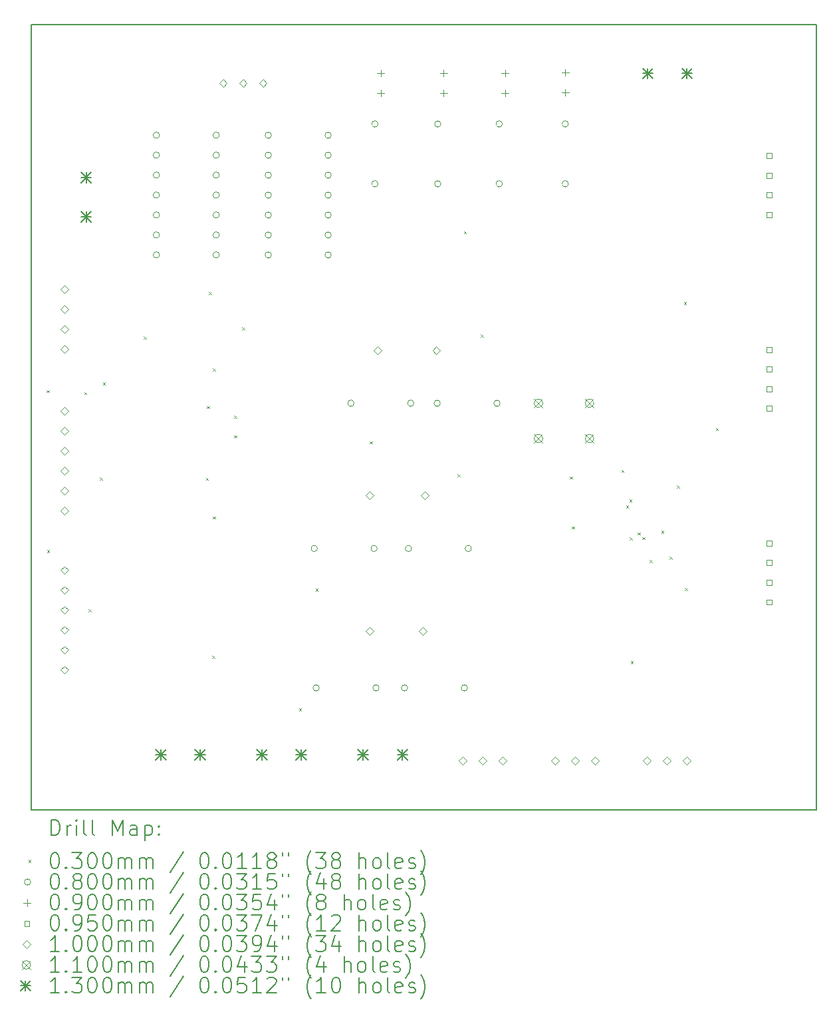
<source format=gbr>
%TF.GenerationSoftware,KiCad,Pcbnew,8.0.0*%
%TF.CreationDate,2024-03-19T14:17:14-05:00*%
%TF.ProjectId,MainBoard,4d61696e-426f-4617-9264-2e6b69636164,rev?*%
%TF.SameCoordinates,Original*%
%TF.FileFunction,Drillmap*%
%TF.FilePolarity,Positive*%
%FSLAX45Y45*%
G04 Gerber Fmt 4.5, Leading zero omitted, Abs format (unit mm)*
G04 Created by KiCad (PCBNEW 8.0.0) date 2024-03-19 14:17:14*
%MOMM*%
%LPD*%
G01*
G04 APERTURE LIST*
%ADD10C,0.200000*%
%ADD11C,0.100000*%
%ADD12C,0.110000*%
%ADD13C,0.130000*%
G04 APERTURE END LIST*
D10*
X10251500Y-4632000D02*
X20251500Y-4632000D01*
X20251500Y-14632000D01*
X10251500Y-14632000D01*
X10251500Y-4632000D01*
D11*
X10445000Y-9285000D02*
X10475000Y-9315000D01*
X10475000Y-9285000D02*
X10445000Y-9315000D01*
X10450000Y-11320000D02*
X10480000Y-11350000D01*
X10480000Y-11320000D02*
X10450000Y-11350000D01*
X10925000Y-9310000D02*
X10955000Y-9340000D01*
X10955000Y-9310000D02*
X10925000Y-9340000D01*
X10980000Y-12075000D02*
X11010000Y-12105000D01*
X11010000Y-12075000D02*
X10980000Y-12105000D01*
X11125000Y-10395000D02*
X11155000Y-10425000D01*
X11155000Y-10395000D02*
X11125000Y-10425000D01*
X11160000Y-9185000D02*
X11190000Y-9215000D01*
X11190000Y-9185000D02*
X11160000Y-9215000D01*
X11680000Y-8600000D02*
X11710000Y-8630000D01*
X11710000Y-8600000D02*
X11680000Y-8630000D01*
X12475270Y-10400670D02*
X12505270Y-10430670D01*
X12505270Y-10400670D02*
X12475270Y-10430670D01*
X12485000Y-9485000D02*
X12515000Y-9515000D01*
X12515000Y-9485000D02*
X12485000Y-9515000D01*
X12510000Y-8035000D02*
X12540000Y-8065000D01*
X12540000Y-8035000D02*
X12510000Y-8065000D01*
X12555000Y-12665000D02*
X12585000Y-12695000D01*
X12585000Y-12665000D02*
X12555000Y-12695000D01*
X12560000Y-9010000D02*
X12590000Y-9040000D01*
X12590000Y-9010000D02*
X12560000Y-9040000D01*
X12560000Y-10890000D02*
X12590000Y-10920000D01*
X12590000Y-10890000D02*
X12560000Y-10920000D01*
X12835000Y-9610000D02*
X12865000Y-9640000D01*
X12865000Y-9610000D02*
X12835000Y-9640000D01*
X12835000Y-9860000D02*
X12865000Y-9890000D01*
X12865000Y-9860000D02*
X12835000Y-9890000D01*
X12935000Y-8485000D02*
X12965000Y-8515000D01*
X12965000Y-8485000D02*
X12935000Y-8515000D01*
X13660000Y-13335000D02*
X13690000Y-13365000D01*
X13690000Y-13335000D02*
X13660000Y-13365000D01*
X13868800Y-11810000D02*
X13898800Y-11840000D01*
X13898800Y-11810000D02*
X13868800Y-11840000D01*
X14560000Y-9935000D02*
X14590000Y-9965000D01*
X14590000Y-9935000D02*
X14560000Y-9965000D01*
X15678640Y-10353700D02*
X15708640Y-10383700D01*
X15708640Y-10353700D02*
X15678640Y-10383700D01*
X15760000Y-7260000D02*
X15790000Y-7290000D01*
X15790000Y-7260000D02*
X15760000Y-7290000D01*
X15973350Y-8574040D02*
X16003350Y-8604040D01*
X16003350Y-8574040D02*
X15973350Y-8604040D01*
X17110000Y-10385000D02*
X17140000Y-10415000D01*
X17140000Y-10385000D02*
X17110000Y-10415000D01*
X17135000Y-11020000D02*
X17165000Y-11050000D01*
X17165000Y-11020000D02*
X17135000Y-11050000D01*
X17765000Y-10300000D02*
X17795000Y-10330000D01*
X17795000Y-10300000D02*
X17765000Y-10330000D01*
X17823100Y-10753360D02*
X17853100Y-10783360D01*
X17853100Y-10753360D02*
X17823100Y-10783360D01*
X17868110Y-10677000D02*
X17898110Y-10707000D01*
X17898110Y-10677000D02*
X17868110Y-10707000D01*
X17869330Y-11156960D02*
X17899330Y-11186960D01*
X17899330Y-11156960D02*
X17869330Y-11186960D01*
X17885000Y-12735000D02*
X17915000Y-12765000D01*
X17915000Y-12735000D02*
X17885000Y-12765000D01*
X17973690Y-11094400D02*
X18003690Y-11124400D01*
X18003690Y-11094400D02*
X17973690Y-11124400D01*
X18031250Y-11152510D02*
X18061250Y-11182510D01*
X18061250Y-11152510D02*
X18031250Y-11182510D01*
X18125000Y-11446130D02*
X18155000Y-11476130D01*
X18155000Y-11446130D02*
X18125000Y-11476130D01*
X18274120Y-11071920D02*
X18304120Y-11101920D01*
X18304120Y-11071920D02*
X18274120Y-11101920D01*
X18380000Y-11405000D02*
X18410000Y-11435000D01*
X18410000Y-11405000D02*
X18380000Y-11435000D01*
X18470000Y-10500000D02*
X18500000Y-10530000D01*
X18500000Y-10500000D02*
X18470000Y-10530000D01*
X18560000Y-8160000D02*
X18590000Y-8190000D01*
X18590000Y-8160000D02*
X18560000Y-8190000D01*
X18575000Y-11800000D02*
X18605000Y-11830000D01*
X18605000Y-11800000D02*
X18575000Y-11830000D01*
X18968970Y-9764280D02*
X18998970Y-9794280D01*
X18998970Y-9764280D02*
X18968970Y-9794280D01*
X11882500Y-6037500D02*
G75*
G02*
X11802500Y-6037500I-40000J0D01*
G01*
X11802500Y-6037500D02*
G75*
G02*
X11882500Y-6037500I40000J0D01*
G01*
X11882500Y-6291500D02*
G75*
G02*
X11802500Y-6291500I-40000J0D01*
G01*
X11802500Y-6291500D02*
G75*
G02*
X11882500Y-6291500I40000J0D01*
G01*
X11882500Y-6545500D02*
G75*
G02*
X11802500Y-6545500I-40000J0D01*
G01*
X11802500Y-6545500D02*
G75*
G02*
X11882500Y-6545500I40000J0D01*
G01*
X11882500Y-6799500D02*
G75*
G02*
X11802500Y-6799500I-40000J0D01*
G01*
X11802500Y-6799500D02*
G75*
G02*
X11882500Y-6799500I40000J0D01*
G01*
X11882500Y-7053500D02*
G75*
G02*
X11802500Y-7053500I-40000J0D01*
G01*
X11802500Y-7053500D02*
G75*
G02*
X11882500Y-7053500I40000J0D01*
G01*
X11882500Y-7307500D02*
G75*
G02*
X11802500Y-7307500I-40000J0D01*
G01*
X11802500Y-7307500D02*
G75*
G02*
X11882500Y-7307500I40000J0D01*
G01*
X11882500Y-7561500D02*
G75*
G02*
X11802500Y-7561500I-40000J0D01*
G01*
X11802500Y-7561500D02*
G75*
G02*
X11882500Y-7561500I40000J0D01*
G01*
X12644500Y-6037500D02*
G75*
G02*
X12564500Y-6037500I-40000J0D01*
G01*
X12564500Y-6037500D02*
G75*
G02*
X12644500Y-6037500I40000J0D01*
G01*
X12644500Y-6291500D02*
G75*
G02*
X12564500Y-6291500I-40000J0D01*
G01*
X12564500Y-6291500D02*
G75*
G02*
X12644500Y-6291500I40000J0D01*
G01*
X12644500Y-6545500D02*
G75*
G02*
X12564500Y-6545500I-40000J0D01*
G01*
X12564500Y-6545500D02*
G75*
G02*
X12644500Y-6545500I40000J0D01*
G01*
X12644500Y-6799500D02*
G75*
G02*
X12564500Y-6799500I-40000J0D01*
G01*
X12564500Y-6799500D02*
G75*
G02*
X12644500Y-6799500I40000J0D01*
G01*
X12644500Y-7053500D02*
G75*
G02*
X12564500Y-7053500I-40000J0D01*
G01*
X12564500Y-7053500D02*
G75*
G02*
X12644500Y-7053500I40000J0D01*
G01*
X12644500Y-7307500D02*
G75*
G02*
X12564500Y-7307500I-40000J0D01*
G01*
X12564500Y-7307500D02*
G75*
G02*
X12644500Y-7307500I40000J0D01*
G01*
X12644500Y-7561500D02*
G75*
G02*
X12564500Y-7561500I-40000J0D01*
G01*
X12564500Y-7561500D02*
G75*
G02*
X12644500Y-7561500I40000J0D01*
G01*
X13307500Y-6037500D02*
G75*
G02*
X13227500Y-6037500I-40000J0D01*
G01*
X13227500Y-6037500D02*
G75*
G02*
X13307500Y-6037500I40000J0D01*
G01*
X13307500Y-6291500D02*
G75*
G02*
X13227500Y-6291500I-40000J0D01*
G01*
X13227500Y-6291500D02*
G75*
G02*
X13307500Y-6291500I40000J0D01*
G01*
X13307500Y-6545500D02*
G75*
G02*
X13227500Y-6545500I-40000J0D01*
G01*
X13227500Y-6545500D02*
G75*
G02*
X13307500Y-6545500I40000J0D01*
G01*
X13307500Y-6799500D02*
G75*
G02*
X13227500Y-6799500I-40000J0D01*
G01*
X13227500Y-6799500D02*
G75*
G02*
X13307500Y-6799500I40000J0D01*
G01*
X13307500Y-7053500D02*
G75*
G02*
X13227500Y-7053500I-40000J0D01*
G01*
X13227500Y-7053500D02*
G75*
G02*
X13307500Y-7053500I40000J0D01*
G01*
X13307500Y-7307500D02*
G75*
G02*
X13227500Y-7307500I-40000J0D01*
G01*
X13227500Y-7307500D02*
G75*
G02*
X13307500Y-7307500I40000J0D01*
G01*
X13307500Y-7561500D02*
G75*
G02*
X13227500Y-7561500I-40000J0D01*
G01*
X13227500Y-7561500D02*
G75*
G02*
X13307500Y-7561500I40000J0D01*
G01*
X13892750Y-11300000D02*
G75*
G02*
X13812750Y-11300000I-40000J0D01*
G01*
X13812750Y-11300000D02*
G75*
G02*
X13892750Y-11300000I40000J0D01*
G01*
X13917750Y-13075000D02*
G75*
G02*
X13837750Y-13075000I-40000J0D01*
G01*
X13837750Y-13075000D02*
G75*
G02*
X13917750Y-13075000I40000J0D01*
G01*
X14069500Y-6037500D02*
G75*
G02*
X13989500Y-6037500I-40000J0D01*
G01*
X13989500Y-6037500D02*
G75*
G02*
X14069500Y-6037500I40000J0D01*
G01*
X14069500Y-6291500D02*
G75*
G02*
X13989500Y-6291500I-40000J0D01*
G01*
X13989500Y-6291500D02*
G75*
G02*
X14069500Y-6291500I40000J0D01*
G01*
X14069500Y-6545500D02*
G75*
G02*
X13989500Y-6545500I-40000J0D01*
G01*
X13989500Y-6545500D02*
G75*
G02*
X14069500Y-6545500I40000J0D01*
G01*
X14069500Y-6799500D02*
G75*
G02*
X13989500Y-6799500I-40000J0D01*
G01*
X13989500Y-6799500D02*
G75*
G02*
X14069500Y-6799500I40000J0D01*
G01*
X14069500Y-7053500D02*
G75*
G02*
X13989500Y-7053500I-40000J0D01*
G01*
X13989500Y-7053500D02*
G75*
G02*
X14069500Y-7053500I40000J0D01*
G01*
X14069500Y-7307500D02*
G75*
G02*
X13989500Y-7307500I-40000J0D01*
G01*
X13989500Y-7307500D02*
G75*
G02*
X14069500Y-7307500I40000J0D01*
G01*
X14069500Y-7561500D02*
G75*
G02*
X13989500Y-7561500I-40000J0D01*
G01*
X13989500Y-7561500D02*
G75*
G02*
X14069500Y-7561500I40000J0D01*
G01*
X14359000Y-9450000D02*
G75*
G02*
X14279000Y-9450000I-40000J0D01*
G01*
X14279000Y-9450000D02*
G75*
G02*
X14359000Y-9450000I40000J0D01*
G01*
X14654750Y-11300000D02*
G75*
G02*
X14574750Y-11300000I-40000J0D01*
G01*
X14574750Y-11300000D02*
G75*
G02*
X14654750Y-11300000I40000J0D01*
G01*
X14665000Y-5894000D02*
G75*
G02*
X14585000Y-5894000I-40000J0D01*
G01*
X14585000Y-5894000D02*
G75*
G02*
X14665000Y-5894000I40000J0D01*
G01*
X14665000Y-6656000D02*
G75*
G02*
X14585000Y-6656000I-40000J0D01*
G01*
X14585000Y-6656000D02*
G75*
G02*
X14665000Y-6656000I40000J0D01*
G01*
X14679750Y-13075000D02*
G75*
G02*
X14599750Y-13075000I-40000J0D01*
G01*
X14599750Y-13075000D02*
G75*
G02*
X14679750Y-13075000I40000J0D01*
G01*
X15042750Y-13075000D02*
G75*
G02*
X14962750Y-13075000I-40000J0D01*
G01*
X14962750Y-13075000D02*
G75*
G02*
X15042750Y-13075000I40000J0D01*
G01*
X15092750Y-11300000D02*
G75*
G02*
X15012750Y-11300000I-40000J0D01*
G01*
X15012750Y-11300000D02*
G75*
G02*
X15092750Y-11300000I40000J0D01*
G01*
X15121000Y-9450000D02*
G75*
G02*
X15041000Y-9450000I-40000J0D01*
G01*
X15041000Y-9450000D02*
G75*
G02*
X15121000Y-9450000I40000J0D01*
G01*
X15459000Y-9450000D02*
G75*
G02*
X15379000Y-9450000I-40000J0D01*
G01*
X15379000Y-9450000D02*
G75*
G02*
X15459000Y-9450000I40000J0D01*
G01*
X15465000Y-5894000D02*
G75*
G02*
X15385000Y-5894000I-40000J0D01*
G01*
X15385000Y-5894000D02*
G75*
G02*
X15465000Y-5894000I40000J0D01*
G01*
X15465000Y-6656000D02*
G75*
G02*
X15385000Y-6656000I-40000J0D01*
G01*
X15385000Y-6656000D02*
G75*
G02*
X15465000Y-6656000I40000J0D01*
G01*
X15804750Y-13075000D02*
G75*
G02*
X15724750Y-13075000I-40000J0D01*
G01*
X15724750Y-13075000D02*
G75*
G02*
X15804750Y-13075000I40000J0D01*
G01*
X15854750Y-11300000D02*
G75*
G02*
X15774750Y-11300000I-40000J0D01*
G01*
X15774750Y-11300000D02*
G75*
G02*
X15854750Y-11300000I40000J0D01*
G01*
X16221000Y-9450000D02*
G75*
G02*
X16141000Y-9450000I-40000J0D01*
G01*
X16141000Y-9450000D02*
G75*
G02*
X16221000Y-9450000I40000J0D01*
G01*
X16248330Y-5894000D02*
G75*
G02*
X16168330Y-5894000I-40000J0D01*
G01*
X16168330Y-5894000D02*
G75*
G02*
X16248330Y-5894000I40000J0D01*
G01*
X16248330Y-6656000D02*
G75*
G02*
X16168330Y-6656000I-40000J0D01*
G01*
X16168330Y-6656000D02*
G75*
G02*
X16248330Y-6656000I40000J0D01*
G01*
X17090000Y-5894000D02*
G75*
G02*
X17010000Y-5894000I-40000J0D01*
G01*
X17010000Y-5894000D02*
G75*
G02*
X17090000Y-5894000I40000J0D01*
G01*
X17090000Y-6656000D02*
G75*
G02*
X17010000Y-6656000I-40000J0D01*
G01*
X17010000Y-6656000D02*
G75*
G02*
X17090000Y-6656000I40000J0D01*
G01*
X14700000Y-5201000D02*
X14700000Y-5291000D01*
X14655000Y-5246000D02*
X14745000Y-5246000D01*
X14700000Y-5455000D02*
X14700000Y-5545000D01*
X14655000Y-5500000D02*
X14745000Y-5500000D01*
X15500000Y-5201000D02*
X15500000Y-5291000D01*
X15455000Y-5246000D02*
X15545000Y-5246000D01*
X15500000Y-5455000D02*
X15500000Y-5545000D01*
X15455000Y-5500000D02*
X15545000Y-5500000D01*
X16283330Y-5201000D02*
X16283330Y-5291000D01*
X16238330Y-5246000D02*
X16328330Y-5246000D01*
X16283330Y-5455000D02*
X16283330Y-5545000D01*
X16238330Y-5500000D02*
X16328330Y-5500000D01*
X17050000Y-5192500D02*
X17050000Y-5282500D01*
X17005000Y-5237500D02*
X17095000Y-5237500D01*
X17050000Y-5446500D02*
X17050000Y-5536500D01*
X17005000Y-5491500D02*
X17095000Y-5491500D01*
X19683588Y-6333588D02*
X19683588Y-6266412D01*
X19616412Y-6266412D01*
X19616412Y-6333588D01*
X19683588Y-6333588D01*
X19683588Y-6583588D02*
X19683588Y-6516412D01*
X19616412Y-6516412D01*
X19616412Y-6583588D01*
X19683588Y-6583588D01*
X19683588Y-6833588D02*
X19683588Y-6766412D01*
X19616412Y-6766412D01*
X19616412Y-6833588D01*
X19683588Y-6833588D01*
X19683588Y-7083588D02*
X19683588Y-7016412D01*
X19616412Y-7016412D01*
X19616412Y-7083588D01*
X19683588Y-7083588D01*
X19683588Y-8799588D02*
X19683588Y-8732412D01*
X19616412Y-8732412D01*
X19616412Y-8799588D01*
X19683588Y-8799588D01*
X19683588Y-9049588D02*
X19683588Y-8982412D01*
X19616412Y-8982412D01*
X19616412Y-9049588D01*
X19683588Y-9049588D01*
X19683588Y-9299588D02*
X19683588Y-9232412D01*
X19616412Y-9232412D01*
X19616412Y-9299588D01*
X19683588Y-9299588D01*
X19683588Y-9549588D02*
X19683588Y-9482412D01*
X19616412Y-9482412D01*
X19616412Y-9549588D01*
X19683588Y-9549588D01*
X19683588Y-11265588D02*
X19683588Y-11198412D01*
X19616412Y-11198412D01*
X19616412Y-11265588D01*
X19683588Y-11265588D01*
X19683588Y-11515588D02*
X19683588Y-11448412D01*
X19616412Y-11448412D01*
X19616412Y-11515588D01*
X19683588Y-11515588D01*
X19683588Y-11765588D02*
X19683588Y-11698412D01*
X19616412Y-11698412D01*
X19616412Y-11765588D01*
X19683588Y-11765588D01*
X19683588Y-12015588D02*
X19683588Y-11948412D01*
X19616412Y-11948412D01*
X19616412Y-12015588D01*
X19683588Y-12015588D01*
X10675000Y-8050000D02*
X10725000Y-8000000D01*
X10675000Y-7950000D01*
X10625000Y-8000000D01*
X10675000Y-8050000D01*
X10675000Y-8304000D02*
X10725000Y-8254000D01*
X10675000Y-8204000D01*
X10625000Y-8254000D01*
X10675000Y-8304000D01*
X10675000Y-8558000D02*
X10725000Y-8508000D01*
X10675000Y-8458000D01*
X10625000Y-8508000D01*
X10675000Y-8558000D01*
X10675000Y-8812000D02*
X10725000Y-8762000D01*
X10675000Y-8712000D01*
X10625000Y-8762000D01*
X10675000Y-8812000D01*
X10675000Y-9600000D02*
X10725000Y-9550000D01*
X10675000Y-9500000D01*
X10625000Y-9550000D01*
X10675000Y-9600000D01*
X10675000Y-9854000D02*
X10725000Y-9804000D01*
X10675000Y-9754000D01*
X10625000Y-9804000D01*
X10675000Y-9854000D01*
X10675000Y-10108000D02*
X10725000Y-10058000D01*
X10675000Y-10008000D01*
X10625000Y-10058000D01*
X10675000Y-10108000D01*
X10675000Y-10362000D02*
X10725000Y-10312000D01*
X10675000Y-10262000D01*
X10625000Y-10312000D01*
X10675000Y-10362000D01*
X10675000Y-10616000D02*
X10725000Y-10566000D01*
X10675000Y-10516000D01*
X10625000Y-10566000D01*
X10675000Y-10616000D01*
X10675000Y-10870000D02*
X10725000Y-10820000D01*
X10675000Y-10770000D01*
X10625000Y-10820000D01*
X10675000Y-10870000D01*
X10675000Y-11625000D02*
X10725000Y-11575000D01*
X10675000Y-11525000D01*
X10625000Y-11575000D01*
X10675000Y-11625000D01*
X10675000Y-11879000D02*
X10725000Y-11829000D01*
X10675000Y-11779000D01*
X10625000Y-11829000D01*
X10675000Y-11879000D01*
X10675000Y-12133000D02*
X10725000Y-12083000D01*
X10675000Y-12033000D01*
X10625000Y-12083000D01*
X10675000Y-12133000D01*
X10675000Y-12387000D02*
X10725000Y-12337000D01*
X10675000Y-12287000D01*
X10625000Y-12337000D01*
X10675000Y-12387000D01*
X10675000Y-12641000D02*
X10725000Y-12591000D01*
X10675000Y-12541000D01*
X10625000Y-12591000D01*
X10675000Y-12641000D01*
X10675000Y-12895000D02*
X10725000Y-12845000D01*
X10675000Y-12795000D01*
X10625000Y-12845000D01*
X10675000Y-12895000D01*
X12692000Y-5425000D02*
X12742000Y-5375000D01*
X12692000Y-5325000D01*
X12642000Y-5375000D01*
X12692000Y-5425000D01*
X12946000Y-5425000D02*
X12996000Y-5375000D01*
X12946000Y-5325000D01*
X12896000Y-5375000D01*
X12946000Y-5425000D01*
X13200000Y-5425000D02*
X13250000Y-5375000D01*
X13200000Y-5325000D01*
X13150000Y-5375000D01*
X13200000Y-5425000D01*
X14558750Y-10675000D02*
X14608750Y-10625000D01*
X14558750Y-10575000D01*
X14508750Y-10625000D01*
X14558750Y-10675000D01*
X14558750Y-12400000D02*
X14608750Y-12350000D01*
X14558750Y-12300000D01*
X14508750Y-12350000D01*
X14558750Y-12400000D01*
X14658750Y-8825000D02*
X14708750Y-8775000D01*
X14658750Y-8725000D01*
X14608750Y-8775000D01*
X14658750Y-8825000D01*
X15233750Y-12400000D02*
X15283750Y-12350000D01*
X15233750Y-12300000D01*
X15183750Y-12350000D01*
X15233750Y-12400000D01*
X15258750Y-10675000D02*
X15308750Y-10625000D01*
X15258750Y-10575000D01*
X15208750Y-10625000D01*
X15258750Y-10675000D01*
X15408750Y-8825000D02*
X15458750Y-8775000D01*
X15408750Y-8725000D01*
X15358750Y-8775000D01*
X15408750Y-8825000D01*
X15743500Y-14050000D02*
X15793500Y-14000000D01*
X15743500Y-13950000D01*
X15693500Y-14000000D01*
X15743500Y-14050000D01*
X15997500Y-14050000D02*
X16047500Y-14000000D01*
X15997500Y-13950000D01*
X15947500Y-14000000D01*
X15997500Y-14050000D01*
X16251500Y-14050000D02*
X16301500Y-14000000D01*
X16251500Y-13950000D01*
X16201500Y-14000000D01*
X16251500Y-14050000D01*
X16917750Y-14050000D02*
X16967750Y-14000000D01*
X16917750Y-13950000D01*
X16867750Y-14000000D01*
X16917750Y-14050000D01*
X17171750Y-14050000D02*
X17221750Y-14000000D01*
X17171750Y-13950000D01*
X17121750Y-14000000D01*
X17171750Y-14050000D01*
X17425750Y-14050000D02*
X17475750Y-14000000D01*
X17425750Y-13950000D01*
X17375750Y-14000000D01*
X17425750Y-14050000D01*
X18092000Y-14050000D02*
X18142000Y-14000000D01*
X18092000Y-13950000D01*
X18042000Y-14000000D01*
X18092000Y-14050000D01*
X18346000Y-14050000D02*
X18396000Y-14000000D01*
X18346000Y-13950000D01*
X18296000Y-14000000D01*
X18346000Y-14050000D01*
X18600000Y-14050000D02*
X18650000Y-14000000D01*
X18600000Y-13950000D01*
X18550000Y-14000000D01*
X18600000Y-14050000D01*
D12*
X16653750Y-9395000D02*
X16763750Y-9505000D01*
X16763750Y-9395000D02*
X16653750Y-9505000D01*
X16763750Y-9450000D02*
G75*
G02*
X16653750Y-9450000I-55000J0D01*
G01*
X16653750Y-9450000D02*
G75*
G02*
X16763750Y-9450000I55000J0D01*
G01*
X16653750Y-9845000D02*
X16763750Y-9955000D01*
X16763750Y-9845000D02*
X16653750Y-9955000D01*
X16763750Y-9900000D02*
G75*
G02*
X16653750Y-9900000I-55000J0D01*
G01*
X16653750Y-9900000D02*
G75*
G02*
X16763750Y-9900000I55000J0D01*
G01*
X17303750Y-9395000D02*
X17413750Y-9505000D01*
X17413750Y-9395000D02*
X17303750Y-9505000D01*
X17413750Y-9450000D02*
G75*
G02*
X17303750Y-9450000I-55000J0D01*
G01*
X17303750Y-9450000D02*
G75*
G02*
X17413750Y-9450000I55000J0D01*
G01*
X17303750Y-9845000D02*
X17413750Y-9955000D01*
X17413750Y-9845000D02*
X17303750Y-9955000D01*
X17413750Y-9900000D02*
G75*
G02*
X17303750Y-9900000I-55000J0D01*
G01*
X17303750Y-9900000D02*
G75*
G02*
X17413750Y-9900000I55000J0D01*
G01*
D13*
X10882500Y-6510000D02*
X11012500Y-6640000D01*
X11012500Y-6510000D02*
X10882500Y-6640000D01*
X10947500Y-6510000D02*
X10947500Y-6640000D01*
X10882500Y-6575000D02*
X11012500Y-6575000D01*
X10882500Y-7010000D02*
X11012500Y-7140000D01*
X11012500Y-7010000D02*
X10882500Y-7140000D01*
X10947500Y-7010000D02*
X10947500Y-7140000D01*
X10882500Y-7075000D02*
X11012500Y-7075000D01*
X11835000Y-13860000D02*
X11965000Y-13990000D01*
X11965000Y-13860000D02*
X11835000Y-13990000D01*
X11900000Y-13860000D02*
X11900000Y-13990000D01*
X11835000Y-13925000D02*
X11965000Y-13925000D01*
X12335000Y-13860000D02*
X12465000Y-13990000D01*
X12465000Y-13860000D02*
X12335000Y-13990000D01*
X12400000Y-13860000D02*
X12400000Y-13990000D01*
X12335000Y-13925000D02*
X12465000Y-13925000D01*
X13122500Y-13860000D02*
X13252500Y-13990000D01*
X13252500Y-13860000D02*
X13122500Y-13990000D01*
X13187500Y-13860000D02*
X13187500Y-13990000D01*
X13122500Y-13925000D02*
X13252500Y-13925000D01*
X13622500Y-13860000D02*
X13752500Y-13990000D01*
X13752500Y-13860000D02*
X13622500Y-13990000D01*
X13687500Y-13860000D02*
X13687500Y-13990000D01*
X13622500Y-13925000D02*
X13752500Y-13925000D01*
X14410000Y-13860000D02*
X14540000Y-13990000D01*
X14540000Y-13860000D02*
X14410000Y-13990000D01*
X14475000Y-13860000D02*
X14475000Y-13990000D01*
X14410000Y-13925000D02*
X14540000Y-13925000D01*
X14910000Y-13860000D02*
X15040000Y-13990000D01*
X15040000Y-13860000D02*
X14910000Y-13990000D01*
X14975000Y-13860000D02*
X14975000Y-13990000D01*
X14910000Y-13925000D02*
X15040000Y-13925000D01*
X18035000Y-5185000D02*
X18165000Y-5315000D01*
X18165000Y-5185000D02*
X18035000Y-5315000D01*
X18100000Y-5185000D02*
X18100000Y-5315000D01*
X18035000Y-5250000D02*
X18165000Y-5250000D01*
X18535000Y-5185000D02*
X18665000Y-5315000D01*
X18665000Y-5185000D02*
X18535000Y-5315000D01*
X18600000Y-5185000D02*
X18600000Y-5315000D01*
X18535000Y-5250000D02*
X18665000Y-5250000D01*
D10*
X10502277Y-14953484D02*
X10502277Y-14753484D01*
X10502277Y-14753484D02*
X10549896Y-14753484D01*
X10549896Y-14753484D02*
X10578467Y-14763008D01*
X10578467Y-14763008D02*
X10597515Y-14782055D01*
X10597515Y-14782055D02*
X10607039Y-14801103D01*
X10607039Y-14801103D02*
X10616563Y-14839198D01*
X10616563Y-14839198D02*
X10616563Y-14867769D01*
X10616563Y-14867769D02*
X10607039Y-14905865D01*
X10607039Y-14905865D02*
X10597515Y-14924912D01*
X10597515Y-14924912D02*
X10578467Y-14943960D01*
X10578467Y-14943960D02*
X10549896Y-14953484D01*
X10549896Y-14953484D02*
X10502277Y-14953484D01*
X10702277Y-14953484D02*
X10702277Y-14820150D01*
X10702277Y-14858246D02*
X10711801Y-14839198D01*
X10711801Y-14839198D02*
X10721324Y-14829674D01*
X10721324Y-14829674D02*
X10740372Y-14820150D01*
X10740372Y-14820150D02*
X10759420Y-14820150D01*
X10826086Y-14953484D02*
X10826086Y-14820150D01*
X10826086Y-14753484D02*
X10816563Y-14763008D01*
X10816563Y-14763008D02*
X10826086Y-14772531D01*
X10826086Y-14772531D02*
X10835610Y-14763008D01*
X10835610Y-14763008D02*
X10826086Y-14753484D01*
X10826086Y-14753484D02*
X10826086Y-14772531D01*
X10949896Y-14953484D02*
X10930848Y-14943960D01*
X10930848Y-14943960D02*
X10921324Y-14924912D01*
X10921324Y-14924912D02*
X10921324Y-14753484D01*
X11054658Y-14953484D02*
X11035610Y-14943960D01*
X11035610Y-14943960D02*
X11026086Y-14924912D01*
X11026086Y-14924912D02*
X11026086Y-14753484D01*
X11283229Y-14953484D02*
X11283229Y-14753484D01*
X11283229Y-14753484D02*
X11349896Y-14896341D01*
X11349896Y-14896341D02*
X11416562Y-14753484D01*
X11416562Y-14753484D02*
X11416562Y-14953484D01*
X11597515Y-14953484D02*
X11597515Y-14848722D01*
X11597515Y-14848722D02*
X11587991Y-14829674D01*
X11587991Y-14829674D02*
X11568943Y-14820150D01*
X11568943Y-14820150D02*
X11530848Y-14820150D01*
X11530848Y-14820150D02*
X11511801Y-14829674D01*
X11597515Y-14943960D02*
X11578467Y-14953484D01*
X11578467Y-14953484D02*
X11530848Y-14953484D01*
X11530848Y-14953484D02*
X11511801Y-14943960D01*
X11511801Y-14943960D02*
X11502277Y-14924912D01*
X11502277Y-14924912D02*
X11502277Y-14905865D01*
X11502277Y-14905865D02*
X11511801Y-14886817D01*
X11511801Y-14886817D02*
X11530848Y-14877293D01*
X11530848Y-14877293D02*
X11578467Y-14877293D01*
X11578467Y-14877293D02*
X11597515Y-14867769D01*
X11692753Y-14820150D02*
X11692753Y-15020150D01*
X11692753Y-14829674D02*
X11711801Y-14820150D01*
X11711801Y-14820150D02*
X11749896Y-14820150D01*
X11749896Y-14820150D02*
X11768943Y-14829674D01*
X11768943Y-14829674D02*
X11778467Y-14839198D01*
X11778467Y-14839198D02*
X11787991Y-14858246D01*
X11787991Y-14858246D02*
X11787991Y-14915388D01*
X11787991Y-14915388D02*
X11778467Y-14934436D01*
X11778467Y-14934436D02*
X11768943Y-14943960D01*
X11768943Y-14943960D02*
X11749896Y-14953484D01*
X11749896Y-14953484D02*
X11711801Y-14953484D01*
X11711801Y-14953484D02*
X11692753Y-14943960D01*
X11873705Y-14934436D02*
X11883229Y-14943960D01*
X11883229Y-14943960D02*
X11873705Y-14953484D01*
X11873705Y-14953484D02*
X11864182Y-14943960D01*
X11864182Y-14943960D02*
X11873705Y-14934436D01*
X11873705Y-14934436D02*
X11873705Y-14953484D01*
X11873705Y-14829674D02*
X11883229Y-14839198D01*
X11883229Y-14839198D02*
X11873705Y-14848722D01*
X11873705Y-14848722D02*
X11864182Y-14839198D01*
X11864182Y-14839198D02*
X11873705Y-14829674D01*
X11873705Y-14829674D02*
X11873705Y-14848722D01*
D11*
X10211500Y-15267000D02*
X10241500Y-15297000D01*
X10241500Y-15267000D02*
X10211500Y-15297000D01*
D10*
X10540372Y-15173484D02*
X10559420Y-15173484D01*
X10559420Y-15173484D02*
X10578467Y-15183008D01*
X10578467Y-15183008D02*
X10587991Y-15192531D01*
X10587991Y-15192531D02*
X10597515Y-15211579D01*
X10597515Y-15211579D02*
X10607039Y-15249674D01*
X10607039Y-15249674D02*
X10607039Y-15297293D01*
X10607039Y-15297293D02*
X10597515Y-15335388D01*
X10597515Y-15335388D02*
X10587991Y-15354436D01*
X10587991Y-15354436D02*
X10578467Y-15363960D01*
X10578467Y-15363960D02*
X10559420Y-15373484D01*
X10559420Y-15373484D02*
X10540372Y-15373484D01*
X10540372Y-15373484D02*
X10521324Y-15363960D01*
X10521324Y-15363960D02*
X10511801Y-15354436D01*
X10511801Y-15354436D02*
X10502277Y-15335388D01*
X10502277Y-15335388D02*
X10492753Y-15297293D01*
X10492753Y-15297293D02*
X10492753Y-15249674D01*
X10492753Y-15249674D02*
X10502277Y-15211579D01*
X10502277Y-15211579D02*
X10511801Y-15192531D01*
X10511801Y-15192531D02*
X10521324Y-15183008D01*
X10521324Y-15183008D02*
X10540372Y-15173484D01*
X10692753Y-15354436D02*
X10702277Y-15363960D01*
X10702277Y-15363960D02*
X10692753Y-15373484D01*
X10692753Y-15373484D02*
X10683229Y-15363960D01*
X10683229Y-15363960D02*
X10692753Y-15354436D01*
X10692753Y-15354436D02*
X10692753Y-15373484D01*
X10768944Y-15173484D02*
X10892753Y-15173484D01*
X10892753Y-15173484D02*
X10826086Y-15249674D01*
X10826086Y-15249674D02*
X10854658Y-15249674D01*
X10854658Y-15249674D02*
X10873705Y-15259198D01*
X10873705Y-15259198D02*
X10883229Y-15268722D01*
X10883229Y-15268722D02*
X10892753Y-15287769D01*
X10892753Y-15287769D02*
X10892753Y-15335388D01*
X10892753Y-15335388D02*
X10883229Y-15354436D01*
X10883229Y-15354436D02*
X10873705Y-15363960D01*
X10873705Y-15363960D02*
X10854658Y-15373484D01*
X10854658Y-15373484D02*
X10797515Y-15373484D01*
X10797515Y-15373484D02*
X10778467Y-15363960D01*
X10778467Y-15363960D02*
X10768944Y-15354436D01*
X11016563Y-15173484D02*
X11035610Y-15173484D01*
X11035610Y-15173484D02*
X11054658Y-15183008D01*
X11054658Y-15183008D02*
X11064182Y-15192531D01*
X11064182Y-15192531D02*
X11073705Y-15211579D01*
X11073705Y-15211579D02*
X11083229Y-15249674D01*
X11083229Y-15249674D02*
X11083229Y-15297293D01*
X11083229Y-15297293D02*
X11073705Y-15335388D01*
X11073705Y-15335388D02*
X11064182Y-15354436D01*
X11064182Y-15354436D02*
X11054658Y-15363960D01*
X11054658Y-15363960D02*
X11035610Y-15373484D01*
X11035610Y-15373484D02*
X11016563Y-15373484D01*
X11016563Y-15373484D02*
X10997515Y-15363960D01*
X10997515Y-15363960D02*
X10987991Y-15354436D01*
X10987991Y-15354436D02*
X10978467Y-15335388D01*
X10978467Y-15335388D02*
X10968944Y-15297293D01*
X10968944Y-15297293D02*
X10968944Y-15249674D01*
X10968944Y-15249674D02*
X10978467Y-15211579D01*
X10978467Y-15211579D02*
X10987991Y-15192531D01*
X10987991Y-15192531D02*
X10997515Y-15183008D01*
X10997515Y-15183008D02*
X11016563Y-15173484D01*
X11207039Y-15173484D02*
X11226086Y-15173484D01*
X11226086Y-15173484D02*
X11245134Y-15183008D01*
X11245134Y-15183008D02*
X11254658Y-15192531D01*
X11254658Y-15192531D02*
X11264182Y-15211579D01*
X11264182Y-15211579D02*
X11273705Y-15249674D01*
X11273705Y-15249674D02*
X11273705Y-15297293D01*
X11273705Y-15297293D02*
X11264182Y-15335388D01*
X11264182Y-15335388D02*
X11254658Y-15354436D01*
X11254658Y-15354436D02*
X11245134Y-15363960D01*
X11245134Y-15363960D02*
X11226086Y-15373484D01*
X11226086Y-15373484D02*
X11207039Y-15373484D01*
X11207039Y-15373484D02*
X11187991Y-15363960D01*
X11187991Y-15363960D02*
X11178467Y-15354436D01*
X11178467Y-15354436D02*
X11168944Y-15335388D01*
X11168944Y-15335388D02*
X11159420Y-15297293D01*
X11159420Y-15297293D02*
X11159420Y-15249674D01*
X11159420Y-15249674D02*
X11168944Y-15211579D01*
X11168944Y-15211579D02*
X11178467Y-15192531D01*
X11178467Y-15192531D02*
X11187991Y-15183008D01*
X11187991Y-15183008D02*
X11207039Y-15173484D01*
X11359420Y-15373484D02*
X11359420Y-15240150D01*
X11359420Y-15259198D02*
X11368943Y-15249674D01*
X11368943Y-15249674D02*
X11387991Y-15240150D01*
X11387991Y-15240150D02*
X11416563Y-15240150D01*
X11416563Y-15240150D02*
X11435610Y-15249674D01*
X11435610Y-15249674D02*
X11445134Y-15268722D01*
X11445134Y-15268722D02*
X11445134Y-15373484D01*
X11445134Y-15268722D02*
X11454658Y-15249674D01*
X11454658Y-15249674D02*
X11473705Y-15240150D01*
X11473705Y-15240150D02*
X11502277Y-15240150D01*
X11502277Y-15240150D02*
X11521324Y-15249674D01*
X11521324Y-15249674D02*
X11530848Y-15268722D01*
X11530848Y-15268722D02*
X11530848Y-15373484D01*
X11626086Y-15373484D02*
X11626086Y-15240150D01*
X11626086Y-15259198D02*
X11635610Y-15249674D01*
X11635610Y-15249674D02*
X11654658Y-15240150D01*
X11654658Y-15240150D02*
X11683229Y-15240150D01*
X11683229Y-15240150D02*
X11702277Y-15249674D01*
X11702277Y-15249674D02*
X11711801Y-15268722D01*
X11711801Y-15268722D02*
X11711801Y-15373484D01*
X11711801Y-15268722D02*
X11721324Y-15249674D01*
X11721324Y-15249674D02*
X11740372Y-15240150D01*
X11740372Y-15240150D02*
X11768943Y-15240150D01*
X11768943Y-15240150D02*
X11787991Y-15249674D01*
X11787991Y-15249674D02*
X11797515Y-15268722D01*
X11797515Y-15268722D02*
X11797515Y-15373484D01*
X12187991Y-15163960D02*
X12016563Y-15421103D01*
X12445134Y-15173484D02*
X12464182Y-15173484D01*
X12464182Y-15173484D02*
X12483229Y-15183008D01*
X12483229Y-15183008D02*
X12492753Y-15192531D01*
X12492753Y-15192531D02*
X12502277Y-15211579D01*
X12502277Y-15211579D02*
X12511801Y-15249674D01*
X12511801Y-15249674D02*
X12511801Y-15297293D01*
X12511801Y-15297293D02*
X12502277Y-15335388D01*
X12502277Y-15335388D02*
X12492753Y-15354436D01*
X12492753Y-15354436D02*
X12483229Y-15363960D01*
X12483229Y-15363960D02*
X12464182Y-15373484D01*
X12464182Y-15373484D02*
X12445134Y-15373484D01*
X12445134Y-15373484D02*
X12426086Y-15363960D01*
X12426086Y-15363960D02*
X12416563Y-15354436D01*
X12416563Y-15354436D02*
X12407039Y-15335388D01*
X12407039Y-15335388D02*
X12397515Y-15297293D01*
X12397515Y-15297293D02*
X12397515Y-15249674D01*
X12397515Y-15249674D02*
X12407039Y-15211579D01*
X12407039Y-15211579D02*
X12416563Y-15192531D01*
X12416563Y-15192531D02*
X12426086Y-15183008D01*
X12426086Y-15183008D02*
X12445134Y-15173484D01*
X12597515Y-15354436D02*
X12607039Y-15363960D01*
X12607039Y-15363960D02*
X12597515Y-15373484D01*
X12597515Y-15373484D02*
X12587991Y-15363960D01*
X12587991Y-15363960D02*
X12597515Y-15354436D01*
X12597515Y-15354436D02*
X12597515Y-15373484D01*
X12730848Y-15173484D02*
X12749896Y-15173484D01*
X12749896Y-15173484D02*
X12768944Y-15183008D01*
X12768944Y-15183008D02*
X12778467Y-15192531D01*
X12778467Y-15192531D02*
X12787991Y-15211579D01*
X12787991Y-15211579D02*
X12797515Y-15249674D01*
X12797515Y-15249674D02*
X12797515Y-15297293D01*
X12797515Y-15297293D02*
X12787991Y-15335388D01*
X12787991Y-15335388D02*
X12778467Y-15354436D01*
X12778467Y-15354436D02*
X12768944Y-15363960D01*
X12768944Y-15363960D02*
X12749896Y-15373484D01*
X12749896Y-15373484D02*
X12730848Y-15373484D01*
X12730848Y-15373484D02*
X12711801Y-15363960D01*
X12711801Y-15363960D02*
X12702277Y-15354436D01*
X12702277Y-15354436D02*
X12692753Y-15335388D01*
X12692753Y-15335388D02*
X12683229Y-15297293D01*
X12683229Y-15297293D02*
X12683229Y-15249674D01*
X12683229Y-15249674D02*
X12692753Y-15211579D01*
X12692753Y-15211579D02*
X12702277Y-15192531D01*
X12702277Y-15192531D02*
X12711801Y-15183008D01*
X12711801Y-15183008D02*
X12730848Y-15173484D01*
X12987991Y-15373484D02*
X12873706Y-15373484D01*
X12930848Y-15373484D02*
X12930848Y-15173484D01*
X12930848Y-15173484D02*
X12911801Y-15202055D01*
X12911801Y-15202055D02*
X12892753Y-15221103D01*
X12892753Y-15221103D02*
X12873706Y-15230627D01*
X13178467Y-15373484D02*
X13064182Y-15373484D01*
X13121325Y-15373484D02*
X13121325Y-15173484D01*
X13121325Y-15173484D02*
X13102277Y-15202055D01*
X13102277Y-15202055D02*
X13083229Y-15221103D01*
X13083229Y-15221103D02*
X13064182Y-15230627D01*
X13292753Y-15259198D02*
X13273706Y-15249674D01*
X13273706Y-15249674D02*
X13264182Y-15240150D01*
X13264182Y-15240150D02*
X13254658Y-15221103D01*
X13254658Y-15221103D02*
X13254658Y-15211579D01*
X13254658Y-15211579D02*
X13264182Y-15192531D01*
X13264182Y-15192531D02*
X13273706Y-15183008D01*
X13273706Y-15183008D02*
X13292753Y-15173484D01*
X13292753Y-15173484D02*
X13330848Y-15173484D01*
X13330848Y-15173484D02*
X13349896Y-15183008D01*
X13349896Y-15183008D02*
X13359420Y-15192531D01*
X13359420Y-15192531D02*
X13368944Y-15211579D01*
X13368944Y-15211579D02*
X13368944Y-15221103D01*
X13368944Y-15221103D02*
X13359420Y-15240150D01*
X13359420Y-15240150D02*
X13349896Y-15249674D01*
X13349896Y-15249674D02*
X13330848Y-15259198D01*
X13330848Y-15259198D02*
X13292753Y-15259198D01*
X13292753Y-15259198D02*
X13273706Y-15268722D01*
X13273706Y-15268722D02*
X13264182Y-15278246D01*
X13264182Y-15278246D02*
X13254658Y-15297293D01*
X13254658Y-15297293D02*
X13254658Y-15335388D01*
X13254658Y-15335388D02*
X13264182Y-15354436D01*
X13264182Y-15354436D02*
X13273706Y-15363960D01*
X13273706Y-15363960D02*
X13292753Y-15373484D01*
X13292753Y-15373484D02*
X13330848Y-15373484D01*
X13330848Y-15373484D02*
X13349896Y-15363960D01*
X13349896Y-15363960D02*
X13359420Y-15354436D01*
X13359420Y-15354436D02*
X13368944Y-15335388D01*
X13368944Y-15335388D02*
X13368944Y-15297293D01*
X13368944Y-15297293D02*
X13359420Y-15278246D01*
X13359420Y-15278246D02*
X13349896Y-15268722D01*
X13349896Y-15268722D02*
X13330848Y-15259198D01*
X13445134Y-15173484D02*
X13445134Y-15211579D01*
X13521325Y-15173484D02*
X13521325Y-15211579D01*
X13816563Y-15449674D02*
X13807039Y-15440150D01*
X13807039Y-15440150D02*
X13787991Y-15411579D01*
X13787991Y-15411579D02*
X13778468Y-15392531D01*
X13778468Y-15392531D02*
X13768944Y-15363960D01*
X13768944Y-15363960D02*
X13759420Y-15316341D01*
X13759420Y-15316341D02*
X13759420Y-15278246D01*
X13759420Y-15278246D02*
X13768944Y-15230627D01*
X13768944Y-15230627D02*
X13778468Y-15202055D01*
X13778468Y-15202055D02*
X13787991Y-15183008D01*
X13787991Y-15183008D02*
X13807039Y-15154436D01*
X13807039Y-15154436D02*
X13816563Y-15144912D01*
X13873706Y-15173484D02*
X13997515Y-15173484D01*
X13997515Y-15173484D02*
X13930848Y-15249674D01*
X13930848Y-15249674D02*
X13959420Y-15249674D01*
X13959420Y-15249674D02*
X13978468Y-15259198D01*
X13978468Y-15259198D02*
X13987991Y-15268722D01*
X13987991Y-15268722D02*
X13997515Y-15287769D01*
X13997515Y-15287769D02*
X13997515Y-15335388D01*
X13997515Y-15335388D02*
X13987991Y-15354436D01*
X13987991Y-15354436D02*
X13978468Y-15363960D01*
X13978468Y-15363960D02*
X13959420Y-15373484D01*
X13959420Y-15373484D02*
X13902277Y-15373484D01*
X13902277Y-15373484D02*
X13883229Y-15363960D01*
X13883229Y-15363960D02*
X13873706Y-15354436D01*
X14111801Y-15259198D02*
X14092753Y-15249674D01*
X14092753Y-15249674D02*
X14083229Y-15240150D01*
X14083229Y-15240150D02*
X14073706Y-15221103D01*
X14073706Y-15221103D02*
X14073706Y-15211579D01*
X14073706Y-15211579D02*
X14083229Y-15192531D01*
X14083229Y-15192531D02*
X14092753Y-15183008D01*
X14092753Y-15183008D02*
X14111801Y-15173484D01*
X14111801Y-15173484D02*
X14149896Y-15173484D01*
X14149896Y-15173484D02*
X14168944Y-15183008D01*
X14168944Y-15183008D02*
X14178468Y-15192531D01*
X14178468Y-15192531D02*
X14187991Y-15211579D01*
X14187991Y-15211579D02*
X14187991Y-15221103D01*
X14187991Y-15221103D02*
X14178468Y-15240150D01*
X14178468Y-15240150D02*
X14168944Y-15249674D01*
X14168944Y-15249674D02*
X14149896Y-15259198D01*
X14149896Y-15259198D02*
X14111801Y-15259198D01*
X14111801Y-15259198D02*
X14092753Y-15268722D01*
X14092753Y-15268722D02*
X14083229Y-15278246D01*
X14083229Y-15278246D02*
X14073706Y-15297293D01*
X14073706Y-15297293D02*
X14073706Y-15335388D01*
X14073706Y-15335388D02*
X14083229Y-15354436D01*
X14083229Y-15354436D02*
X14092753Y-15363960D01*
X14092753Y-15363960D02*
X14111801Y-15373484D01*
X14111801Y-15373484D02*
X14149896Y-15373484D01*
X14149896Y-15373484D02*
X14168944Y-15363960D01*
X14168944Y-15363960D02*
X14178468Y-15354436D01*
X14178468Y-15354436D02*
X14187991Y-15335388D01*
X14187991Y-15335388D02*
X14187991Y-15297293D01*
X14187991Y-15297293D02*
X14178468Y-15278246D01*
X14178468Y-15278246D02*
X14168944Y-15268722D01*
X14168944Y-15268722D02*
X14149896Y-15259198D01*
X14426087Y-15373484D02*
X14426087Y-15173484D01*
X14511801Y-15373484D02*
X14511801Y-15268722D01*
X14511801Y-15268722D02*
X14502277Y-15249674D01*
X14502277Y-15249674D02*
X14483230Y-15240150D01*
X14483230Y-15240150D02*
X14454658Y-15240150D01*
X14454658Y-15240150D02*
X14435610Y-15249674D01*
X14435610Y-15249674D02*
X14426087Y-15259198D01*
X14635610Y-15373484D02*
X14616563Y-15363960D01*
X14616563Y-15363960D02*
X14607039Y-15354436D01*
X14607039Y-15354436D02*
X14597515Y-15335388D01*
X14597515Y-15335388D02*
X14597515Y-15278246D01*
X14597515Y-15278246D02*
X14607039Y-15259198D01*
X14607039Y-15259198D02*
X14616563Y-15249674D01*
X14616563Y-15249674D02*
X14635610Y-15240150D01*
X14635610Y-15240150D02*
X14664182Y-15240150D01*
X14664182Y-15240150D02*
X14683230Y-15249674D01*
X14683230Y-15249674D02*
X14692753Y-15259198D01*
X14692753Y-15259198D02*
X14702277Y-15278246D01*
X14702277Y-15278246D02*
X14702277Y-15335388D01*
X14702277Y-15335388D02*
X14692753Y-15354436D01*
X14692753Y-15354436D02*
X14683230Y-15363960D01*
X14683230Y-15363960D02*
X14664182Y-15373484D01*
X14664182Y-15373484D02*
X14635610Y-15373484D01*
X14816563Y-15373484D02*
X14797515Y-15363960D01*
X14797515Y-15363960D02*
X14787991Y-15344912D01*
X14787991Y-15344912D02*
X14787991Y-15173484D01*
X14968944Y-15363960D02*
X14949896Y-15373484D01*
X14949896Y-15373484D02*
X14911801Y-15373484D01*
X14911801Y-15373484D02*
X14892753Y-15363960D01*
X14892753Y-15363960D02*
X14883230Y-15344912D01*
X14883230Y-15344912D02*
X14883230Y-15268722D01*
X14883230Y-15268722D02*
X14892753Y-15249674D01*
X14892753Y-15249674D02*
X14911801Y-15240150D01*
X14911801Y-15240150D02*
X14949896Y-15240150D01*
X14949896Y-15240150D02*
X14968944Y-15249674D01*
X14968944Y-15249674D02*
X14978468Y-15268722D01*
X14978468Y-15268722D02*
X14978468Y-15287769D01*
X14978468Y-15287769D02*
X14883230Y-15306817D01*
X15054658Y-15363960D02*
X15073706Y-15373484D01*
X15073706Y-15373484D02*
X15111801Y-15373484D01*
X15111801Y-15373484D02*
X15130849Y-15363960D01*
X15130849Y-15363960D02*
X15140372Y-15344912D01*
X15140372Y-15344912D02*
X15140372Y-15335388D01*
X15140372Y-15335388D02*
X15130849Y-15316341D01*
X15130849Y-15316341D02*
X15111801Y-15306817D01*
X15111801Y-15306817D02*
X15083230Y-15306817D01*
X15083230Y-15306817D02*
X15064182Y-15297293D01*
X15064182Y-15297293D02*
X15054658Y-15278246D01*
X15054658Y-15278246D02*
X15054658Y-15268722D01*
X15054658Y-15268722D02*
X15064182Y-15249674D01*
X15064182Y-15249674D02*
X15083230Y-15240150D01*
X15083230Y-15240150D02*
X15111801Y-15240150D01*
X15111801Y-15240150D02*
X15130849Y-15249674D01*
X15207039Y-15449674D02*
X15216563Y-15440150D01*
X15216563Y-15440150D02*
X15235611Y-15411579D01*
X15235611Y-15411579D02*
X15245134Y-15392531D01*
X15245134Y-15392531D02*
X15254658Y-15363960D01*
X15254658Y-15363960D02*
X15264182Y-15316341D01*
X15264182Y-15316341D02*
X15264182Y-15278246D01*
X15264182Y-15278246D02*
X15254658Y-15230627D01*
X15254658Y-15230627D02*
X15245134Y-15202055D01*
X15245134Y-15202055D02*
X15235611Y-15183008D01*
X15235611Y-15183008D02*
X15216563Y-15154436D01*
X15216563Y-15154436D02*
X15207039Y-15144912D01*
D11*
X10241500Y-15546000D02*
G75*
G02*
X10161500Y-15546000I-40000J0D01*
G01*
X10161500Y-15546000D02*
G75*
G02*
X10241500Y-15546000I40000J0D01*
G01*
D10*
X10540372Y-15437484D02*
X10559420Y-15437484D01*
X10559420Y-15437484D02*
X10578467Y-15447008D01*
X10578467Y-15447008D02*
X10587991Y-15456531D01*
X10587991Y-15456531D02*
X10597515Y-15475579D01*
X10597515Y-15475579D02*
X10607039Y-15513674D01*
X10607039Y-15513674D02*
X10607039Y-15561293D01*
X10607039Y-15561293D02*
X10597515Y-15599388D01*
X10597515Y-15599388D02*
X10587991Y-15618436D01*
X10587991Y-15618436D02*
X10578467Y-15627960D01*
X10578467Y-15627960D02*
X10559420Y-15637484D01*
X10559420Y-15637484D02*
X10540372Y-15637484D01*
X10540372Y-15637484D02*
X10521324Y-15627960D01*
X10521324Y-15627960D02*
X10511801Y-15618436D01*
X10511801Y-15618436D02*
X10502277Y-15599388D01*
X10502277Y-15599388D02*
X10492753Y-15561293D01*
X10492753Y-15561293D02*
X10492753Y-15513674D01*
X10492753Y-15513674D02*
X10502277Y-15475579D01*
X10502277Y-15475579D02*
X10511801Y-15456531D01*
X10511801Y-15456531D02*
X10521324Y-15447008D01*
X10521324Y-15447008D02*
X10540372Y-15437484D01*
X10692753Y-15618436D02*
X10702277Y-15627960D01*
X10702277Y-15627960D02*
X10692753Y-15637484D01*
X10692753Y-15637484D02*
X10683229Y-15627960D01*
X10683229Y-15627960D02*
X10692753Y-15618436D01*
X10692753Y-15618436D02*
X10692753Y-15637484D01*
X10816563Y-15523198D02*
X10797515Y-15513674D01*
X10797515Y-15513674D02*
X10787991Y-15504150D01*
X10787991Y-15504150D02*
X10778467Y-15485103D01*
X10778467Y-15485103D02*
X10778467Y-15475579D01*
X10778467Y-15475579D02*
X10787991Y-15456531D01*
X10787991Y-15456531D02*
X10797515Y-15447008D01*
X10797515Y-15447008D02*
X10816563Y-15437484D01*
X10816563Y-15437484D02*
X10854658Y-15437484D01*
X10854658Y-15437484D02*
X10873705Y-15447008D01*
X10873705Y-15447008D02*
X10883229Y-15456531D01*
X10883229Y-15456531D02*
X10892753Y-15475579D01*
X10892753Y-15475579D02*
X10892753Y-15485103D01*
X10892753Y-15485103D02*
X10883229Y-15504150D01*
X10883229Y-15504150D02*
X10873705Y-15513674D01*
X10873705Y-15513674D02*
X10854658Y-15523198D01*
X10854658Y-15523198D02*
X10816563Y-15523198D01*
X10816563Y-15523198D02*
X10797515Y-15532722D01*
X10797515Y-15532722D02*
X10787991Y-15542246D01*
X10787991Y-15542246D02*
X10778467Y-15561293D01*
X10778467Y-15561293D02*
X10778467Y-15599388D01*
X10778467Y-15599388D02*
X10787991Y-15618436D01*
X10787991Y-15618436D02*
X10797515Y-15627960D01*
X10797515Y-15627960D02*
X10816563Y-15637484D01*
X10816563Y-15637484D02*
X10854658Y-15637484D01*
X10854658Y-15637484D02*
X10873705Y-15627960D01*
X10873705Y-15627960D02*
X10883229Y-15618436D01*
X10883229Y-15618436D02*
X10892753Y-15599388D01*
X10892753Y-15599388D02*
X10892753Y-15561293D01*
X10892753Y-15561293D02*
X10883229Y-15542246D01*
X10883229Y-15542246D02*
X10873705Y-15532722D01*
X10873705Y-15532722D02*
X10854658Y-15523198D01*
X11016563Y-15437484D02*
X11035610Y-15437484D01*
X11035610Y-15437484D02*
X11054658Y-15447008D01*
X11054658Y-15447008D02*
X11064182Y-15456531D01*
X11064182Y-15456531D02*
X11073705Y-15475579D01*
X11073705Y-15475579D02*
X11083229Y-15513674D01*
X11083229Y-15513674D02*
X11083229Y-15561293D01*
X11083229Y-15561293D02*
X11073705Y-15599388D01*
X11073705Y-15599388D02*
X11064182Y-15618436D01*
X11064182Y-15618436D02*
X11054658Y-15627960D01*
X11054658Y-15627960D02*
X11035610Y-15637484D01*
X11035610Y-15637484D02*
X11016563Y-15637484D01*
X11016563Y-15637484D02*
X10997515Y-15627960D01*
X10997515Y-15627960D02*
X10987991Y-15618436D01*
X10987991Y-15618436D02*
X10978467Y-15599388D01*
X10978467Y-15599388D02*
X10968944Y-15561293D01*
X10968944Y-15561293D02*
X10968944Y-15513674D01*
X10968944Y-15513674D02*
X10978467Y-15475579D01*
X10978467Y-15475579D02*
X10987991Y-15456531D01*
X10987991Y-15456531D02*
X10997515Y-15447008D01*
X10997515Y-15447008D02*
X11016563Y-15437484D01*
X11207039Y-15437484D02*
X11226086Y-15437484D01*
X11226086Y-15437484D02*
X11245134Y-15447008D01*
X11245134Y-15447008D02*
X11254658Y-15456531D01*
X11254658Y-15456531D02*
X11264182Y-15475579D01*
X11264182Y-15475579D02*
X11273705Y-15513674D01*
X11273705Y-15513674D02*
X11273705Y-15561293D01*
X11273705Y-15561293D02*
X11264182Y-15599388D01*
X11264182Y-15599388D02*
X11254658Y-15618436D01*
X11254658Y-15618436D02*
X11245134Y-15627960D01*
X11245134Y-15627960D02*
X11226086Y-15637484D01*
X11226086Y-15637484D02*
X11207039Y-15637484D01*
X11207039Y-15637484D02*
X11187991Y-15627960D01*
X11187991Y-15627960D02*
X11178467Y-15618436D01*
X11178467Y-15618436D02*
X11168944Y-15599388D01*
X11168944Y-15599388D02*
X11159420Y-15561293D01*
X11159420Y-15561293D02*
X11159420Y-15513674D01*
X11159420Y-15513674D02*
X11168944Y-15475579D01*
X11168944Y-15475579D02*
X11178467Y-15456531D01*
X11178467Y-15456531D02*
X11187991Y-15447008D01*
X11187991Y-15447008D02*
X11207039Y-15437484D01*
X11359420Y-15637484D02*
X11359420Y-15504150D01*
X11359420Y-15523198D02*
X11368943Y-15513674D01*
X11368943Y-15513674D02*
X11387991Y-15504150D01*
X11387991Y-15504150D02*
X11416563Y-15504150D01*
X11416563Y-15504150D02*
X11435610Y-15513674D01*
X11435610Y-15513674D02*
X11445134Y-15532722D01*
X11445134Y-15532722D02*
X11445134Y-15637484D01*
X11445134Y-15532722D02*
X11454658Y-15513674D01*
X11454658Y-15513674D02*
X11473705Y-15504150D01*
X11473705Y-15504150D02*
X11502277Y-15504150D01*
X11502277Y-15504150D02*
X11521324Y-15513674D01*
X11521324Y-15513674D02*
X11530848Y-15532722D01*
X11530848Y-15532722D02*
X11530848Y-15637484D01*
X11626086Y-15637484D02*
X11626086Y-15504150D01*
X11626086Y-15523198D02*
X11635610Y-15513674D01*
X11635610Y-15513674D02*
X11654658Y-15504150D01*
X11654658Y-15504150D02*
X11683229Y-15504150D01*
X11683229Y-15504150D02*
X11702277Y-15513674D01*
X11702277Y-15513674D02*
X11711801Y-15532722D01*
X11711801Y-15532722D02*
X11711801Y-15637484D01*
X11711801Y-15532722D02*
X11721324Y-15513674D01*
X11721324Y-15513674D02*
X11740372Y-15504150D01*
X11740372Y-15504150D02*
X11768943Y-15504150D01*
X11768943Y-15504150D02*
X11787991Y-15513674D01*
X11787991Y-15513674D02*
X11797515Y-15532722D01*
X11797515Y-15532722D02*
X11797515Y-15637484D01*
X12187991Y-15427960D02*
X12016563Y-15685103D01*
X12445134Y-15437484D02*
X12464182Y-15437484D01*
X12464182Y-15437484D02*
X12483229Y-15447008D01*
X12483229Y-15447008D02*
X12492753Y-15456531D01*
X12492753Y-15456531D02*
X12502277Y-15475579D01*
X12502277Y-15475579D02*
X12511801Y-15513674D01*
X12511801Y-15513674D02*
X12511801Y-15561293D01*
X12511801Y-15561293D02*
X12502277Y-15599388D01*
X12502277Y-15599388D02*
X12492753Y-15618436D01*
X12492753Y-15618436D02*
X12483229Y-15627960D01*
X12483229Y-15627960D02*
X12464182Y-15637484D01*
X12464182Y-15637484D02*
X12445134Y-15637484D01*
X12445134Y-15637484D02*
X12426086Y-15627960D01*
X12426086Y-15627960D02*
X12416563Y-15618436D01*
X12416563Y-15618436D02*
X12407039Y-15599388D01*
X12407039Y-15599388D02*
X12397515Y-15561293D01*
X12397515Y-15561293D02*
X12397515Y-15513674D01*
X12397515Y-15513674D02*
X12407039Y-15475579D01*
X12407039Y-15475579D02*
X12416563Y-15456531D01*
X12416563Y-15456531D02*
X12426086Y-15447008D01*
X12426086Y-15447008D02*
X12445134Y-15437484D01*
X12597515Y-15618436D02*
X12607039Y-15627960D01*
X12607039Y-15627960D02*
X12597515Y-15637484D01*
X12597515Y-15637484D02*
X12587991Y-15627960D01*
X12587991Y-15627960D02*
X12597515Y-15618436D01*
X12597515Y-15618436D02*
X12597515Y-15637484D01*
X12730848Y-15437484D02*
X12749896Y-15437484D01*
X12749896Y-15437484D02*
X12768944Y-15447008D01*
X12768944Y-15447008D02*
X12778467Y-15456531D01*
X12778467Y-15456531D02*
X12787991Y-15475579D01*
X12787991Y-15475579D02*
X12797515Y-15513674D01*
X12797515Y-15513674D02*
X12797515Y-15561293D01*
X12797515Y-15561293D02*
X12787991Y-15599388D01*
X12787991Y-15599388D02*
X12778467Y-15618436D01*
X12778467Y-15618436D02*
X12768944Y-15627960D01*
X12768944Y-15627960D02*
X12749896Y-15637484D01*
X12749896Y-15637484D02*
X12730848Y-15637484D01*
X12730848Y-15637484D02*
X12711801Y-15627960D01*
X12711801Y-15627960D02*
X12702277Y-15618436D01*
X12702277Y-15618436D02*
X12692753Y-15599388D01*
X12692753Y-15599388D02*
X12683229Y-15561293D01*
X12683229Y-15561293D02*
X12683229Y-15513674D01*
X12683229Y-15513674D02*
X12692753Y-15475579D01*
X12692753Y-15475579D02*
X12702277Y-15456531D01*
X12702277Y-15456531D02*
X12711801Y-15447008D01*
X12711801Y-15447008D02*
X12730848Y-15437484D01*
X12864182Y-15437484D02*
X12987991Y-15437484D01*
X12987991Y-15437484D02*
X12921325Y-15513674D01*
X12921325Y-15513674D02*
X12949896Y-15513674D01*
X12949896Y-15513674D02*
X12968944Y-15523198D01*
X12968944Y-15523198D02*
X12978467Y-15532722D01*
X12978467Y-15532722D02*
X12987991Y-15551769D01*
X12987991Y-15551769D02*
X12987991Y-15599388D01*
X12987991Y-15599388D02*
X12978467Y-15618436D01*
X12978467Y-15618436D02*
X12968944Y-15627960D01*
X12968944Y-15627960D02*
X12949896Y-15637484D01*
X12949896Y-15637484D02*
X12892753Y-15637484D01*
X12892753Y-15637484D02*
X12873706Y-15627960D01*
X12873706Y-15627960D02*
X12864182Y-15618436D01*
X13178467Y-15637484D02*
X13064182Y-15637484D01*
X13121325Y-15637484D02*
X13121325Y-15437484D01*
X13121325Y-15437484D02*
X13102277Y-15466055D01*
X13102277Y-15466055D02*
X13083229Y-15485103D01*
X13083229Y-15485103D02*
X13064182Y-15494627D01*
X13359420Y-15437484D02*
X13264182Y-15437484D01*
X13264182Y-15437484D02*
X13254658Y-15532722D01*
X13254658Y-15532722D02*
X13264182Y-15523198D01*
X13264182Y-15523198D02*
X13283229Y-15513674D01*
X13283229Y-15513674D02*
X13330848Y-15513674D01*
X13330848Y-15513674D02*
X13349896Y-15523198D01*
X13349896Y-15523198D02*
X13359420Y-15532722D01*
X13359420Y-15532722D02*
X13368944Y-15551769D01*
X13368944Y-15551769D02*
X13368944Y-15599388D01*
X13368944Y-15599388D02*
X13359420Y-15618436D01*
X13359420Y-15618436D02*
X13349896Y-15627960D01*
X13349896Y-15627960D02*
X13330848Y-15637484D01*
X13330848Y-15637484D02*
X13283229Y-15637484D01*
X13283229Y-15637484D02*
X13264182Y-15627960D01*
X13264182Y-15627960D02*
X13254658Y-15618436D01*
X13445134Y-15437484D02*
X13445134Y-15475579D01*
X13521325Y-15437484D02*
X13521325Y-15475579D01*
X13816563Y-15713674D02*
X13807039Y-15704150D01*
X13807039Y-15704150D02*
X13787991Y-15675579D01*
X13787991Y-15675579D02*
X13778468Y-15656531D01*
X13778468Y-15656531D02*
X13768944Y-15627960D01*
X13768944Y-15627960D02*
X13759420Y-15580341D01*
X13759420Y-15580341D02*
X13759420Y-15542246D01*
X13759420Y-15542246D02*
X13768944Y-15494627D01*
X13768944Y-15494627D02*
X13778468Y-15466055D01*
X13778468Y-15466055D02*
X13787991Y-15447008D01*
X13787991Y-15447008D02*
X13807039Y-15418436D01*
X13807039Y-15418436D02*
X13816563Y-15408912D01*
X13978468Y-15504150D02*
X13978468Y-15637484D01*
X13930848Y-15427960D02*
X13883229Y-15570817D01*
X13883229Y-15570817D02*
X14007039Y-15570817D01*
X14111801Y-15523198D02*
X14092753Y-15513674D01*
X14092753Y-15513674D02*
X14083229Y-15504150D01*
X14083229Y-15504150D02*
X14073706Y-15485103D01*
X14073706Y-15485103D02*
X14073706Y-15475579D01*
X14073706Y-15475579D02*
X14083229Y-15456531D01*
X14083229Y-15456531D02*
X14092753Y-15447008D01*
X14092753Y-15447008D02*
X14111801Y-15437484D01*
X14111801Y-15437484D02*
X14149896Y-15437484D01*
X14149896Y-15437484D02*
X14168944Y-15447008D01*
X14168944Y-15447008D02*
X14178468Y-15456531D01*
X14178468Y-15456531D02*
X14187991Y-15475579D01*
X14187991Y-15475579D02*
X14187991Y-15485103D01*
X14187991Y-15485103D02*
X14178468Y-15504150D01*
X14178468Y-15504150D02*
X14168944Y-15513674D01*
X14168944Y-15513674D02*
X14149896Y-15523198D01*
X14149896Y-15523198D02*
X14111801Y-15523198D01*
X14111801Y-15523198D02*
X14092753Y-15532722D01*
X14092753Y-15532722D02*
X14083229Y-15542246D01*
X14083229Y-15542246D02*
X14073706Y-15561293D01*
X14073706Y-15561293D02*
X14073706Y-15599388D01*
X14073706Y-15599388D02*
X14083229Y-15618436D01*
X14083229Y-15618436D02*
X14092753Y-15627960D01*
X14092753Y-15627960D02*
X14111801Y-15637484D01*
X14111801Y-15637484D02*
X14149896Y-15637484D01*
X14149896Y-15637484D02*
X14168944Y-15627960D01*
X14168944Y-15627960D02*
X14178468Y-15618436D01*
X14178468Y-15618436D02*
X14187991Y-15599388D01*
X14187991Y-15599388D02*
X14187991Y-15561293D01*
X14187991Y-15561293D02*
X14178468Y-15542246D01*
X14178468Y-15542246D02*
X14168944Y-15532722D01*
X14168944Y-15532722D02*
X14149896Y-15523198D01*
X14426087Y-15637484D02*
X14426087Y-15437484D01*
X14511801Y-15637484D02*
X14511801Y-15532722D01*
X14511801Y-15532722D02*
X14502277Y-15513674D01*
X14502277Y-15513674D02*
X14483230Y-15504150D01*
X14483230Y-15504150D02*
X14454658Y-15504150D01*
X14454658Y-15504150D02*
X14435610Y-15513674D01*
X14435610Y-15513674D02*
X14426087Y-15523198D01*
X14635610Y-15637484D02*
X14616563Y-15627960D01*
X14616563Y-15627960D02*
X14607039Y-15618436D01*
X14607039Y-15618436D02*
X14597515Y-15599388D01*
X14597515Y-15599388D02*
X14597515Y-15542246D01*
X14597515Y-15542246D02*
X14607039Y-15523198D01*
X14607039Y-15523198D02*
X14616563Y-15513674D01*
X14616563Y-15513674D02*
X14635610Y-15504150D01*
X14635610Y-15504150D02*
X14664182Y-15504150D01*
X14664182Y-15504150D02*
X14683230Y-15513674D01*
X14683230Y-15513674D02*
X14692753Y-15523198D01*
X14692753Y-15523198D02*
X14702277Y-15542246D01*
X14702277Y-15542246D02*
X14702277Y-15599388D01*
X14702277Y-15599388D02*
X14692753Y-15618436D01*
X14692753Y-15618436D02*
X14683230Y-15627960D01*
X14683230Y-15627960D02*
X14664182Y-15637484D01*
X14664182Y-15637484D02*
X14635610Y-15637484D01*
X14816563Y-15637484D02*
X14797515Y-15627960D01*
X14797515Y-15627960D02*
X14787991Y-15608912D01*
X14787991Y-15608912D02*
X14787991Y-15437484D01*
X14968944Y-15627960D02*
X14949896Y-15637484D01*
X14949896Y-15637484D02*
X14911801Y-15637484D01*
X14911801Y-15637484D02*
X14892753Y-15627960D01*
X14892753Y-15627960D02*
X14883230Y-15608912D01*
X14883230Y-15608912D02*
X14883230Y-15532722D01*
X14883230Y-15532722D02*
X14892753Y-15513674D01*
X14892753Y-15513674D02*
X14911801Y-15504150D01*
X14911801Y-15504150D02*
X14949896Y-15504150D01*
X14949896Y-15504150D02*
X14968944Y-15513674D01*
X14968944Y-15513674D02*
X14978468Y-15532722D01*
X14978468Y-15532722D02*
X14978468Y-15551769D01*
X14978468Y-15551769D02*
X14883230Y-15570817D01*
X15054658Y-15627960D02*
X15073706Y-15637484D01*
X15073706Y-15637484D02*
X15111801Y-15637484D01*
X15111801Y-15637484D02*
X15130849Y-15627960D01*
X15130849Y-15627960D02*
X15140372Y-15608912D01*
X15140372Y-15608912D02*
X15140372Y-15599388D01*
X15140372Y-15599388D02*
X15130849Y-15580341D01*
X15130849Y-15580341D02*
X15111801Y-15570817D01*
X15111801Y-15570817D02*
X15083230Y-15570817D01*
X15083230Y-15570817D02*
X15064182Y-15561293D01*
X15064182Y-15561293D02*
X15054658Y-15542246D01*
X15054658Y-15542246D02*
X15054658Y-15532722D01*
X15054658Y-15532722D02*
X15064182Y-15513674D01*
X15064182Y-15513674D02*
X15083230Y-15504150D01*
X15083230Y-15504150D02*
X15111801Y-15504150D01*
X15111801Y-15504150D02*
X15130849Y-15513674D01*
X15207039Y-15713674D02*
X15216563Y-15704150D01*
X15216563Y-15704150D02*
X15235611Y-15675579D01*
X15235611Y-15675579D02*
X15245134Y-15656531D01*
X15245134Y-15656531D02*
X15254658Y-15627960D01*
X15254658Y-15627960D02*
X15264182Y-15580341D01*
X15264182Y-15580341D02*
X15264182Y-15542246D01*
X15264182Y-15542246D02*
X15254658Y-15494627D01*
X15254658Y-15494627D02*
X15245134Y-15466055D01*
X15245134Y-15466055D02*
X15235611Y-15447008D01*
X15235611Y-15447008D02*
X15216563Y-15418436D01*
X15216563Y-15418436D02*
X15207039Y-15408912D01*
D11*
X10196500Y-15765000D02*
X10196500Y-15855000D01*
X10151500Y-15810000D02*
X10241500Y-15810000D01*
D10*
X10540372Y-15701484D02*
X10559420Y-15701484D01*
X10559420Y-15701484D02*
X10578467Y-15711008D01*
X10578467Y-15711008D02*
X10587991Y-15720531D01*
X10587991Y-15720531D02*
X10597515Y-15739579D01*
X10597515Y-15739579D02*
X10607039Y-15777674D01*
X10607039Y-15777674D02*
X10607039Y-15825293D01*
X10607039Y-15825293D02*
X10597515Y-15863388D01*
X10597515Y-15863388D02*
X10587991Y-15882436D01*
X10587991Y-15882436D02*
X10578467Y-15891960D01*
X10578467Y-15891960D02*
X10559420Y-15901484D01*
X10559420Y-15901484D02*
X10540372Y-15901484D01*
X10540372Y-15901484D02*
X10521324Y-15891960D01*
X10521324Y-15891960D02*
X10511801Y-15882436D01*
X10511801Y-15882436D02*
X10502277Y-15863388D01*
X10502277Y-15863388D02*
X10492753Y-15825293D01*
X10492753Y-15825293D02*
X10492753Y-15777674D01*
X10492753Y-15777674D02*
X10502277Y-15739579D01*
X10502277Y-15739579D02*
X10511801Y-15720531D01*
X10511801Y-15720531D02*
X10521324Y-15711008D01*
X10521324Y-15711008D02*
X10540372Y-15701484D01*
X10692753Y-15882436D02*
X10702277Y-15891960D01*
X10702277Y-15891960D02*
X10692753Y-15901484D01*
X10692753Y-15901484D02*
X10683229Y-15891960D01*
X10683229Y-15891960D02*
X10692753Y-15882436D01*
X10692753Y-15882436D02*
X10692753Y-15901484D01*
X10797515Y-15901484D02*
X10835610Y-15901484D01*
X10835610Y-15901484D02*
X10854658Y-15891960D01*
X10854658Y-15891960D02*
X10864182Y-15882436D01*
X10864182Y-15882436D02*
X10883229Y-15853865D01*
X10883229Y-15853865D02*
X10892753Y-15815769D01*
X10892753Y-15815769D02*
X10892753Y-15739579D01*
X10892753Y-15739579D02*
X10883229Y-15720531D01*
X10883229Y-15720531D02*
X10873705Y-15711008D01*
X10873705Y-15711008D02*
X10854658Y-15701484D01*
X10854658Y-15701484D02*
X10816563Y-15701484D01*
X10816563Y-15701484D02*
X10797515Y-15711008D01*
X10797515Y-15711008D02*
X10787991Y-15720531D01*
X10787991Y-15720531D02*
X10778467Y-15739579D01*
X10778467Y-15739579D02*
X10778467Y-15787198D01*
X10778467Y-15787198D02*
X10787991Y-15806246D01*
X10787991Y-15806246D02*
X10797515Y-15815769D01*
X10797515Y-15815769D02*
X10816563Y-15825293D01*
X10816563Y-15825293D02*
X10854658Y-15825293D01*
X10854658Y-15825293D02*
X10873705Y-15815769D01*
X10873705Y-15815769D02*
X10883229Y-15806246D01*
X10883229Y-15806246D02*
X10892753Y-15787198D01*
X11016563Y-15701484D02*
X11035610Y-15701484D01*
X11035610Y-15701484D02*
X11054658Y-15711008D01*
X11054658Y-15711008D02*
X11064182Y-15720531D01*
X11064182Y-15720531D02*
X11073705Y-15739579D01*
X11073705Y-15739579D02*
X11083229Y-15777674D01*
X11083229Y-15777674D02*
X11083229Y-15825293D01*
X11083229Y-15825293D02*
X11073705Y-15863388D01*
X11073705Y-15863388D02*
X11064182Y-15882436D01*
X11064182Y-15882436D02*
X11054658Y-15891960D01*
X11054658Y-15891960D02*
X11035610Y-15901484D01*
X11035610Y-15901484D02*
X11016563Y-15901484D01*
X11016563Y-15901484D02*
X10997515Y-15891960D01*
X10997515Y-15891960D02*
X10987991Y-15882436D01*
X10987991Y-15882436D02*
X10978467Y-15863388D01*
X10978467Y-15863388D02*
X10968944Y-15825293D01*
X10968944Y-15825293D02*
X10968944Y-15777674D01*
X10968944Y-15777674D02*
X10978467Y-15739579D01*
X10978467Y-15739579D02*
X10987991Y-15720531D01*
X10987991Y-15720531D02*
X10997515Y-15711008D01*
X10997515Y-15711008D02*
X11016563Y-15701484D01*
X11207039Y-15701484D02*
X11226086Y-15701484D01*
X11226086Y-15701484D02*
X11245134Y-15711008D01*
X11245134Y-15711008D02*
X11254658Y-15720531D01*
X11254658Y-15720531D02*
X11264182Y-15739579D01*
X11264182Y-15739579D02*
X11273705Y-15777674D01*
X11273705Y-15777674D02*
X11273705Y-15825293D01*
X11273705Y-15825293D02*
X11264182Y-15863388D01*
X11264182Y-15863388D02*
X11254658Y-15882436D01*
X11254658Y-15882436D02*
X11245134Y-15891960D01*
X11245134Y-15891960D02*
X11226086Y-15901484D01*
X11226086Y-15901484D02*
X11207039Y-15901484D01*
X11207039Y-15901484D02*
X11187991Y-15891960D01*
X11187991Y-15891960D02*
X11178467Y-15882436D01*
X11178467Y-15882436D02*
X11168944Y-15863388D01*
X11168944Y-15863388D02*
X11159420Y-15825293D01*
X11159420Y-15825293D02*
X11159420Y-15777674D01*
X11159420Y-15777674D02*
X11168944Y-15739579D01*
X11168944Y-15739579D02*
X11178467Y-15720531D01*
X11178467Y-15720531D02*
X11187991Y-15711008D01*
X11187991Y-15711008D02*
X11207039Y-15701484D01*
X11359420Y-15901484D02*
X11359420Y-15768150D01*
X11359420Y-15787198D02*
X11368943Y-15777674D01*
X11368943Y-15777674D02*
X11387991Y-15768150D01*
X11387991Y-15768150D02*
X11416563Y-15768150D01*
X11416563Y-15768150D02*
X11435610Y-15777674D01*
X11435610Y-15777674D02*
X11445134Y-15796722D01*
X11445134Y-15796722D02*
X11445134Y-15901484D01*
X11445134Y-15796722D02*
X11454658Y-15777674D01*
X11454658Y-15777674D02*
X11473705Y-15768150D01*
X11473705Y-15768150D02*
X11502277Y-15768150D01*
X11502277Y-15768150D02*
X11521324Y-15777674D01*
X11521324Y-15777674D02*
X11530848Y-15796722D01*
X11530848Y-15796722D02*
X11530848Y-15901484D01*
X11626086Y-15901484D02*
X11626086Y-15768150D01*
X11626086Y-15787198D02*
X11635610Y-15777674D01*
X11635610Y-15777674D02*
X11654658Y-15768150D01*
X11654658Y-15768150D02*
X11683229Y-15768150D01*
X11683229Y-15768150D02*
X11702277Y-15777674D01*
X11702277Y-15777674D02*
X11711801Y-15796722D01*
X11711801Y-15796722D02*
X11711801Y-15901484D01*
X11711801Y-15796722D02*
X11721324Y-15777674D01*
X11721324Y-15777674D02*
X11740372Y-15768150D01*
X11740372Y-15768150D02*
X11768943Y-15768150D01*
X11768943Y-15768150D02*
X11787991Y-15777674D01*
X11787991Y-15777674D02*
X11797515Y-15796722D01*
X11797515Y-15796722D02*
X11797515Y-15901484D01*
X12187991Y-15691960D02*
X12016563Y-15949103D01*
X12445134Y-15701484D02*
X12464182Y-15701484D01*
X12464182Y-15701484D02*
X12483229Y-15711008D01*
X12483229Y-15711008D02*
X12492753Y-15720531D01*
X12492753Y-15720531D02*
X12502277Y-15739579D01*
X12502277Y-15739579D02*
X12511801Y-15777674D01*
X12511801Y-15777674D02*
X12511801Y-15825293D01*
X12511801Y-15825293D02*
X12502277Y-15863388D01*
X12502277Y-15863388D02*
X12492753Y-15882436D01*
X12492753Y-15882436D02*
X12483229Y-15891960D01*
X12483229Y-15891960D02*
X12464182Y-15901484D01*
X12464182Y-15901484D02*
X12445134Y-15901484D01*
X12445134Y-15901484D02*
X12426086Y-15891960D01*
X12426086Y-15891960D02*
X12416563Y-15882436D01*
X12416563Y-15882436D02*
X12407039Y-15863388D01*
X12407039Y-15863388D02*
X12397515Y-15825293D01*
X12397515Y-15825293D02*
X12397515Y-15777674D01*
X12397515Y-15777674D02*
X12407039Y-15739579D01*
X12407039Y-15739579D02*
X12416563Y-15720531D01*
X12416563Y-15720531D02*
X12426086Y-15711008D01*
X12426086Y-15711008D02*
X12445134Y-15701484D01*
X12597515Y-15882436D02*
X12607039Y-15891960D01*
X12607039Y-15891960D02*
X12597515Y-15901484D01*
X12597515Y-15901484D02*
X12587991Y-15891960D01*
X12587991Y-15891960D02*
X12597515Y-15882436D01*
X12597515Y-15882436D02*
X12597515Y-15901484D01*
X12730848Y-15701484D02*
X12749896Y-15701484D01*
X12749896Y-15701484D02*
X12768944Y-15711008D01*
X12768944Y-15711008D02*
X12778467Y-15720531D01*
X12778467Y-15720531D02*
X12787991Y-15739579D01*
X12787991Y-15739579D02*
X12797515Y-15777674D01*
X12797515Y-15777674D02*
X12797515Y-15825293D01*
X12797515Y-15825293D02*
X12787991Y-15863388D01*
X12787991Y-15863388D02*
X12778467Y-15882436D01*
X12778467Y-15882436D02*
X12768944Y-15891960D01*
X12768944Y-15891960D02*
X12749896Y-15901484D01*
X12749896Y-15901484D02*
X12730848Y-15901484D01*
X12730848Y-15901484D02*
X12711801Y-15891960D01*
X12711801Y-15891960D02*
X12702277Y-15882436D01*
X12702277Y-15882436D02*
X12692753Y-15863388D01*
X12692753Y-15863388D02*
X12683229Y-15825293D01*
X12683229Y-15825293D02*
X12683229Y-15777674D01*
X12683229Y-15777674D02*
X12692753Y-15739579D01*
X12692753Y-15739579D02*
X12702277Y-15720531D01*
X12702277Y-15720531D02*
X12711801Y-15711008D01*
X12711801Y-15711008D02*
X12730848Y-15701484D01*
X12864182Y-15701484D02*
X12987991Y-15701484D01*
X12987991Y-15701484D02*
X12921325Y-15777674D01*
X12921325Y-15777674D02*
X12949896Y-15777674D01*
X12949896Y-15777674D02*
X12968944Y-15787198D01*
X12968944Y-15787198D02*
X12978467Y-15796722D01*
X12978467Y-15796722D02*
X12987991Y-15815769D01*
X12987991Y-15815769D02*
X12987991Y-15863388D01*
X12987991Y-15863388D02*
X12978467Y-15882436D01*
X12978467Y-15882436D02*
X12968944Y-15891960D01*
X12968944Y-15891960D02*
X12949896Y-15901484D01*
X12949896Y-15901484D02*
X12892753Y-15901484D01*
X12892753Y-15901484D02*
X12873706Y-15891960D01*
X12873706Y-15891960D02*
X12864182Y-15882436D01*
X13168944Y-15701484D02*
X13073706Y-15701484D01*
X13073706Y-15701484D02*
X13064182Y-15796722D01*
X13064182Y-15796722D02*
X13073706Y-15787198D01*
X13073706Y-15787198D02*
X13092753Y-15777674D01*
X13092753Y-15777674D02*
X13140372Y-15777674D01*
X13140372Y-15777674D02*
X13159420Y-15787198D01*
X13159420Y-15787198D02*
X13168944Y-15796722D01*
X13168944Y-15796722D02*
X13178467Y-15815769D01*
X13178467Y-15815769D02*
X13178467Y-15863388D01*
X13178467Y-15863388D02*
X13168944Y-15882436D01*
X13168944Y-15882436D02*
X13159420Y-15891960D01*
X13159420Y-15891960D02*
X13140372Y-15901484D01*
X13140372Y-15901484D02*
X13092753Y-15901484D01*
X13092753Y-15901484D02*
X13073706Y-15891960D01*
X13073706Y-15891960D02*
X13064182Y-15882436D01*
X13349896Y-15768150D02*
X13349896Y-15901484D01*
X13302277Y-15691960D02*
X13254658Y-15834817D01*
X13254658Y-15834817D02*
X13378467Y-15834817D01*
X13445134Y-15701484D02*
X13445134Y-15739579D01*
X13521325Y-15701484D02*
X13521325Y-15739579D01*
X13816563Y-15977674D02*
X13807039Y-15968150D01*
X13807039Y-15968150D02*
X13787991Y-15939579D01*
X13787991Y-15939579D02*
X13778468Y-15920531D01*
X13778468Y-15920531D02*
X13768944Y-15891960D01*
X13768944Y-15891960D02*
X13759420Y-15844341D01*
X13759420Y-15844341D02*
X13759420Y-15806246D01*
X13759420Y-15806246D02*
X13768944Y-15758627D01*
X13768944Y-15758627D02*
X13778468Y-15730055D01*
X13778468Y-15730055D02*
X13787991Y-15711008D01*
X13787991Y-15711008D02*
X13807039Y-15682436D01*
X13807039Y-15682436D02*
X13816563Y-15672912D01*
X13921325Y-15787198D02*
X13902277Y-15777674D01*
X13902277Y-15777674D02*
X13892753Y-15768150D01*
X13892753Y-15768150D02*
X13883229Y-15749103D01*
X13883229Y-15749103D02*
X13883229Y-15739579D01*
X13883229Y-15739579D02*
X13892753Y-15720531D01*
X13892753Y-15720531D02*
X13902277Y-15711008D01*
X13902277Y-15711008D02*
X13921325Y-15701484D01*
X13921325Y-15701484D02*
X13959420Y-15701484D01*
X13959420Y-15701484D02*
X13978468Y-15711008D01*
X13978468Y-15711008D02*
X13987991Y-15720531D01*
X13987991Y-15720531D02*
X13997515Y-15739579D01*
X13997515Y-15739579D02*
X13997515Y-15749103D01*
X13997515Y-15749103D02*
X13987991Y-15768150D01*
X13987991Y-15768150D02*
X13978468Y-15777674D01*
X13978468Y-15777674D02*
X13959420Y-15787198D01*
X13959420Y-15787198D02*
X13921325Y-15787198D01*
X13921325Y-15787198D02*
X13902277Y-15796722D01*
X13902277Y-15796722D02*
X13892753Y-15806246D01*
X13892753Y-15806246D02*
X13883229Y-15825293D01*
X13883229Y-15825293D02*
X13883229Y-15863388D01*
X13883229Y-15863388D02*
X13892753Y-15882436D01*
X13892753Y-15882436D02*
X13902277Y-15891960D01*
X13902277Y-15891960D02*
X13921325Y-15901484D01*
X13921325Y-15901484D02*
X13959420Y-15901484D01*
X13959420Y-15901484D02*
X13978468Y-15891960D01*
X13978468Y-15891960D02*
X13987991Y-15882436D01*
X13987991Y-15882436D02*
X13997515Y-15863388D01*
X13997515Y-15863388D02*
X13997515Y-15825293D01*
X13997515Y-15825293D02*
X13987991Y-15806246D01*
X13987991Y-15806246D02*
X13978468Y-15796722D01*
X13978468Y-15796722D02*
X13959420Y-15787198D01*
X14235610Y-15901484D02*
X14235610Y-15701484D01*
X14321325Y-15901484D02*
X14321325Y-15796722D01*
X14321325Y-15796722D02*
X14311801Y-15777674D01*
X14311801Y-15777674D02*
X14292753Y-15768150D01*
X14292753Y-15768150D02*
X14264182Y-15768150D01*
X14264182Y-15768150D02*
X14245134Y-15777674D01*
X14245134Y-15777674D02*
X14235610Y-15787198D01*
X14445134Y-15901484D02*
X14426087Y-15891960D01*
X14426087Y-15891960D02*
X14416563Y-15882436D01*
X14416563Y-15882436D02*
X14407039Y-15863388D01*
X14407039Y-15863388D02*
X14407039Y-15806246D01*
X14407039Y-15806246D02*
X14416563Y-15787198D01*
X14416563Y-15787198D02*
X14426087Y-15777674D01*
X14426087Y-15777674D02*
X14445134Y-15768150D01*
X14445134Y-15768150D02*
X14473706Y-15768150D01*
X14473706Y-15768150D02*
X14492753Y-15777674D01*
X14492753Y-15777674D02*
X14502277Y-15787198D01*
X14502277Y-15787198D02*
X14511801Y-15806246D01*
X14511801Y-15806246D02*
X14511801Y-15863388D01*
X14511801Y-15863388D02*
X14502277Y-15882436D01*
X14502277Y-15882436D02*
X14492753Y-15891960D01*
X14492753Y-15891960D02*
X14473706Y-15901484D01*
X14473706Y-15901484D02*
X14445134Y-15901484D01*
X14626087Y-15901484D02*
X14607039Y-15891960D01*
X14607039Y-15891960D02*
X14597515Y-15872912D01*
X14597515Y-15872912D02*
X14597515Y-15701484D01*
X14778468Y-15891960D02*
X14759420Y-15901484D01*
X14759420Y-15901484D02*
X14721325Y-15901484D01*
X14721325Y-15901484D02*
X14702277Y-15891960D01*
X14702277Y-15891960D02*
X14692753Y-15872912D01*
X14692753Y-15872912D02*
X14692753Y-15796722D01*
X14692753Y-15796722D02*
X14702277Y-15777674D01*
X14702277Y-15777674D02*
X14721325Y-15768150D01*
X14721325Y-15768150D02*
X14759420Y-15768150D01*
X14759420Y-15768150D02*
X14778468Y-15777674D01*
X14778468Y-15777674D02*
X14787991Y-15796722D01*
X14787991Y-15796722D02*
X14787991Y-15815769D01*
X14787991Y-15815769D02*
X14692753Y-15834817D01*
X14864182Y-15891960D02*
X14883230Y-15901484D01*
X14883230Y-15901484D02*
X14921325Y-15901484D01*
X14921325Y-15901484D02*
X14940372Y-15891960D01*
X14940372Y-15891960D02*
X14949896Y-15872912D01*
X14949896Y-15872912D02*
X14949896Y-15863388D01*
X14949896Y-15863388D02*
X14940372Y-15844341D01*
X14940372Y-15844341D02*
X14921325Y-15834817D01*
X14921325Y-15834817D02*
X14892753Y-15834817D01*
X14892753Y-15834817D02*
X14873706Y-15825293D01*
X14873706Y-15825293D02*
X14864182Y-15806246D01*
X14864182Y-15806246D02*
X14864182Y-15796722D01*
X14864182Y-15796722D02*
X14873706Y-15777674D01*
X14873706Y-15777674D02*
X14892753Y-15768150D01*
X14892753Y-15768150D02*
X14921325Y-15768150D01*
X14921325Y-15768150D02*
X14940372Y-15777674D01*
X15016563Y-15977674D02*
X15026087Y-15968150D01*
X15026087Y-15968150D02*
X15045134Y-15939579D01*
X15045134Y-15939579D02*
X15054658Y-15920531D01*
X15054658Y-15920531D02*
X15064182Y-15891960D01*
X15064182Y-15891960D02*
X15073706Y-15844341D01*
X15073706Y-15844341D02*
X15073706Y-15806246D01*
X15073706Y-15806246D02*
X15064182Y-15758627D01*
X15064182Y-15758627D02*
X15054658Y-15730055D01*
X15054658Y-15730055D02*
X15045134Y-15711008D01*
X15045134Y-15711008D02*
X15026087Y-15682436D01*
X15026087Y-15682436D02*
X15016563Y-15672912D01*
D11*
X10227588Y-16107588D02*
X10227588Y-16040412D01*
X10160412Y-16040412D01*
X10160412Y-16107588D01*
X10227588Y-16107588D01*
D10*
X10540372Y-15965484D02*
X10559420Y-15965484D01*
X10559420Y-15965484D02*
X10578467Y-15975008D01*
X10578467Y-15975008D02*
X10587991Y-15984531D01*
X10587991Y-15984531D02*
X10597515Y-16003579D01*
X10597515Y-16003579D02*
X10607039Y-16041674D01*
X10607039Y-16041674D02*
X10607039Y-16089293D01*
X10607039Y-16089293D02*
X10597515Y-16127388D01*
X10597515Y-16127388D02*
X10587991Y-16146436D01*
X10587991Y-16146436D02*
X10578467Y-16155960D01*
X10578467Y-16155960D02*
X10559420Y-16165484D01*
X10559420Y-16165484D02*
X10540372Y-16165484D01*
X10540372Y-16165484D02*
X10521324Y-16155960D01*
X10521324Y-16155960D02*
X10511801Y-16146436D01*
X10511801Y-16146436D02*
X10502277Y-16127388D01*
X10502277Y-16127388D02*
X10492753Y-16089293D01*
X10492753Y-16089293D02*
X10492753Y-16041674D01*
X10492753Y-16041674D02*
X10502277Y-16003579D01*
X10502277Y-16003579D02*
X10511801Y-15984531D01*
X10511801Y-15984531D02*
X10521324Y-15975008D01*
X10521324Y-15975008D02*
X10540372Y-15965484D01*
X10692753Y-16146436D02*
X10702277Y-16155960D01*
X10702277Y-16155960D02*
X10692753Y-16165484D01*
X10692753Y-16165484D02*
X10683229Y-16155960D01*
X10683229Y-16155960D02*
X10692753Y-16146436D01*
X10692753Y-16146436D02*
X10692753Y-16165484D01*
X10797515Y-16165484D02*
X10835610Y-16165484D01*
X10835610Y-16165484D02*
X10854658Y-16155960D01*
X10854658Y-16155960D02*
X10864182Y-16146436D01*
X10864182Y-16146436D02*
X10883229Y-16117865D01*
X10883229Y-16117865D02*
X10892753Y-16079769D01*
X10892753Y-16079769D02*
X10892753Y-16003579D01*
X10892753Y-16003579D02*
X10883229Y-15984531D01*
X10883229Y-15984531D02*
X10873705Y-15975008D01*
X10873705Y-15975008D02*
X10854658Y-15965484D01*
X10854658Y-15965484D02*
X10816563Y-15965484D01*
X10816563Y-15965484D02*
X10797515Y-15975008D01*
X10797515Y-15975008D02*
X10787991Y-15984531D01*
X10787991Y-15984531D02*
X10778467Y-16003579D01*
X10778467Y-16003579D02*
X10778467Y-16051198D01*
X10778467Y-16051198D02*
X10787991Y-16070246D01*
X10787991Y-16070246D02*
X10797515Y-16079769D01*
X10797515Y-16079769D02*
X10816563Y-16089293D01*
X10816563Y-16089293D02*
X10854658Y-16089293D01*
X10854658Y-16089293D02*
X10873705Y-16079769D01*
X10873705Y-16079769D02*
X10883229Y-16070246D01*
X10883229Y-16070246D02*
X10892753Y-16051198D01*
X11073705Y-15965484D02*
X10978467Y-15965484D01*
X10978467Y-15965484D02*
X10968944Y-16060722D01*
X10968944Y-16060722D02*
X10978467Y-16051198D01*
X10978467Y-16051198D02*
X10997515Y-16041674D01*
X10997515Y-16041674D02*
X11045134Y-16041674D01*
X11045134Y-16041674D02*
X11064182Y-16051198D01*
X11064182Y-16051198D02*
X11073705Y-16060722D01*
X11073705Y-16060722D02*
X11083229Y-16079769D01*
X11083229Y-16079769D02*
X11083229Y-16127388D01*
X11083229Y-16127388D02*
X11073705Y-16146436D01*
X11073705Y-16146436D02*
X11064182Y-16155960D01*
X11064182Y-16155960D02*
X11045134Y-16165484D01*
X11045134Y-16165484D02*
X10997515Y-16165484D01*
X10997515Y-16165484D02*
X10978467Y-16155960D01*
X10978467Y-16155960D02*
X10968944Y-16146436D01*
X11207039Y-15965484D02*
X11226086Y-15965484D01*
X11226086Y-15965484D02*
X11245134Y-15975008D01*
X11245134Y-15975008D02*
X11254658Y-15984531D01*
X11254658Y-15984531D02*
X11264182Y-16003579D01*
X11264182Y-16003579D02*
X11273705Y-16041674D01*
X11273705Y-16041674D02*
X11273705Y-16089293D01*
X11273705Y-16089293D02*
X11264182Y-16127388D01*
X11264182Y-16127388D02*
X11254658Y-16146436D01*
X11254658Y-16146436D02*
X11245134Y-16155960D01*
X11245134Y-16155960D02*
X11226086Y-16165484D01*
X11226086Y-16165484D02*
X11207039Y-16165484D01*
X11207039Y-16165484D02*
X11187991Y-16155960D01*
X11187991Y-16155960D02*
X11178467Y-16146436D01*
X11178467Y-16146436D02*
X11168944Y-16127388D01*
X11168944Y-16127388D02*
X11159420Y-16089293D01*
X11159420Y-16089293D02*
X11159420Y-16041674D01*
X11159420Y-16041674D02*
X11168944Y-16003579D01*
X11168944Y-16003579D02*
X11178467Y-15984531D01*
X11178467Y-15984531D02*
X11187991Y-15975008D01*
X11187991Y-15975008D02*
X11207039Y-15965484D01*
X11359420Y-16165484D02*
X11359420Y-16032150D01*
X11359420Y-16051198D02*
X11368943Y-16041674D01*
X11368943Y-16041674D02*
X11387991Y-16032150D01*
X11387991Y-16032150D02*
X11416563Y-16032150D01*
X11416563Y-16032150D02*
X11435610Y-16041674D01*
X11435610Y-16041674D02*
X11445134Y-16060722D01*
X11445134Y-16060722D02*
X11445134Y-16165484D01*
X11445134Y-16060722D02*
X11454658Y-16041674D01*
X11454658Y-16041674D02*
X11473705Y-16032150D01*
X11473705Y-16032150D02*
X11502277Y-16032150D01*
X11502277Y-16032150D02*
X11521324Y-16041674D01*
X11521324Y-16041674D02*
X11530848Y-16060722D01*
X11530848Y-16060722D02*
X11530848Y-16165484D01*
X11626086Y-16165484D02*
X11626086Y-16032150D01*
X11626086Y-16051198D02*
X11635610Y-16041674D01*
X11635610Y-16041674D02*
X11654658Y-16032150D01*
X11654658Y-16032150D02*
X11683229Y-16032150D01*
X11683229Y-16032150D02*
X11702277Y-16041674D01*
X11702277Y-16041674D02*
X11711801Y-16060722D01*
X11711801Y-16060722D02*
X11711801Y-16165484D01*
X11711801Y-16060722D02*
X11721324Y-16041674D01*
X11721324Y-16041674D02*
X11740372Y-16032150D01*
X11740372Y-16032150D02*
X11768943Y-16032150D01*
X11768943Y-16032150D02*
X11787991Y-16041674D01*
X11787991Y-16041674D02*
X11797515Y-16060722D01*
X11797515Y-16060722D02*
X11797515Y-16165484D01*
X12187991Y-15955960D02*
X12016563Y-16213103D01*
X12445134Y-15965484D02*
X12464182Y-15965484D01*
X12464182Y-15965484D02*
X12483229Y-15975008D01*
X12483229Y-15975008D02*
X12492753Y-15984531D01*
X12492753Y-15984531D02*
X12502277Y-16003579D01*
X12502277Y-16003579D02*
X12511801Y-16041674D01*
X12511801Y-16041674D02*
X12511801Y-16089293D01*
X12511801Y-16089293D02*
X12502277Y-16127388D01*
X12502277Y-16127388D02*
X12492753Y-16146436D01*
X12492753Y-16146436D02*
X12483229Y-16155960D01*
X12483229Y-16155960D02*
X12464182Y-16165484D01*
X12464182Y-16165484D02*
X12445134Y-16165484D01*
X12445134Y-16165484D02*
X12426086Y-16155960D01*
X12426086Y-16155960D02*
X12416563Y-16146436D01*
X12416563Y-16146436D02*
X12407039Y-16127388D01*
X12407039Y-16127388D02*
X12397515Y-16089293D01*
X12397515Y-16089293D02*
X12397515Y-16041674D01*
X12397515Y-16041674D02*
X12407039Y-16003579D01*
X12407039Y-16003579D02*
X12416563Y-15984531D01*
X12416563Y-15984531D02*
X12426086Y-15975008D01*
X12426086Y-15975008D02*
X12445134Y-15965484D01*
X12597515Y-16146436D02*
X12607039Y-16155960D01*
X12607039Y-16155960D02*
X12597515Y-16165484D01*
X12597515Y-16165484D02*
X12587991Y-16155960D01*
X12587991Y-16155960D02*
X12597515Y-16146436D01*
X12597515Y-16146436D02*
X12597515Y-16165484D01*
X12730848Y-15965484D02*
X12749896Y-15965484D01*
X12749896Y-15965484D02*
X12768944Y-15975008D01*
X12768944Y-15975008D02*
X12778467Y-15984531D01*
X12778467Y-15984531D02*
X12787991Y-16003579D01*
X12787991Y-16003579D02*
X12797515Y-16041674D01*
X12797515Y-16041674D02*
X12797515Y-16089293D01*
X12797515Y-16089293D02*
X12787991Y-16127388D01*
X12787991Y-16127388D02*
X12778467Y-16146436D01*
X12778467Y-16146436D02*
X12768944Y-16155960D01*
X12768944Y-16155960D02*
X12749896Y-16165484D01*
X12749896Y-16165484D02*
X12730848Y-16165484D01*
X12730848Y-16165484D02*
X12711801Y-16155960D01*
X12711801Y-16155960D02*
X12702277Y-16146436D01*
X12702277Y-16146436D02*
X12692753Y-16127388D01*
X12692753Y-16127388D02*
X12683229Y-16089293D01*
X12683229Y-16089293D02*
X12683229Y-16041674D01*
X12683229Y-16041674D02*
X12692753Y-16003579D01*
X12692753Y-16003579D02*
X12702277Y-15984531D01*
X12702277Y-15984531D02*
X12711801Y-15975008D01*
X12711801Y-15975008D02*
X12730848Y-15965484D01*
X12864182Y-15965484D02*
X12987991Y-15965484D01*
X12987991Y-15965484D02*
X12921325Y-16041674D01*
X12921325Y-16041674D02*
X12949896Y-16041674D01*
X12949896Y-16041674D02*
X12968944Y-16051198D01*
X12968944Y-16051198D02*
X12978467Y-16060722D01*
X12978467Y-16060722D02*
X12987991Y-16079769D01*
X12987991Y-16079769D02*
X12987991Y-16127388D01*
X12987991Y-16127388D02*
X12978467Y-16146436D01*
X12978467Y-16146436D02*
X12968944Y-16155960D01*
X12968944Y-16155960D02*
X12949896Y-16165484D01*
X12949896Y-16165484D02*
X12892753Y-16165484D01*
X12892753Y-16165484D02*
X12873706Y-16155960D01*
X12873706Y-16155960D02*
X12864182Y-16146436D01*
X13054658Y-15965484D02*
X13187991Y-15965484D01*
X13187991Y-15965484D02*
X13102277Y-16165484D01*
X13349896Y-16032150D02*
X13349896Y-16165484D01*
X13302277Y-15955960D02*
X13254658Y-16098817D01*
X13254658Y-16098817D02*
X13378467Y-16098817D01*
X13445134Y-15965484D02*
X13445134Y-16003579D01*
X13521325Y-15965484D02*
X13521325Y-16003579D01*
X13816563Y-16241674D02*
X13807039Y-16232150D01*
X13807039Y-16232150D02*
X13787991Y-16203579D01*
X13787991Y-16203579D02*
X13778468Y-16184531D01*
X13778468Y-16184531D02*
X13768944Y-16155960D01*
X13768944Y-16155960D02*
X13759420Y-16108341D01*
X13759420Y-16108341D02*
X13759420Y-16070246D01*
X13759420Y-16070246D02*
X13768944Y-16022627D01*
X13768944Y-16022627D02*
X13778468Y-15994055D01*
X13778468Y-15994055D02*
X13787991Y-15975008D01*
X13787991Y-15975008D02*
X13807039Y-15946436D01*
X13807039Y-15946436D02*
X13816563Y-15936912D01*
X13997515Y-16165484D02*
X13883229Y-16165484D01*
X13940372Y-16165484D02*
X13940372Y-15965484D01*
X13940372Y-15965484D02*
X13921325Y-15994055D01*
X13921325Y-15994055D02*
X13902277Y-16013103D01*
X13902277Y-16013103D02*
X13883229Y-16022627D01*
X14073706Y-15984531D02*
X14083229Y-15975008D01*
X14083229Y-15975008D02*
X14102277Y-15965484D01*
X14102277Y-15965484D02*
X14149896Y-15965484D01*
X14149896Y-15965484D02*
X14168944Y-15975008D01*
X14168944Y-15975008D02*
X14178468Y-15984531D01*
X14178468Y-15984531D02*
X14187991Y-16003579D01*
X14187991Y-16003579D02*
X14187991Y-16022627D01*
X14187991Y-16022627D02*
X14178468Y-16051198D01*
X14178468Y-16051198D02*
X14064182Y-16165484D01*
X14064182Y-16165484D02*
X14187991Y-16165484D01*
X14426087Y-16165484D02*
X14426087Y-15965484D01*
X14511801Y-16165484D02*
X14511801Y-16060722D01*
X14511801Y-16060722D02*
X14502277Y-16041674D01*
X14502277Y-16041674D02*
X14483230Y-16032150D01*
X14483230Y-16032150D02*
X14454658Y-16032150D01*
X14454658Y-16032150D02*
X14435610Y-16041674D01*
X14435610Y-16041674D02*
X14426087Y-16051198D01*
X14635610Y-16165484D02*
X14616563Y-16155960D01*
X14616563Y-16155960D02*
X14607039Y-16146436D01*
X14607039Y-16146436D02*
X14597515Y-16127388D01*
X14597515Y-16127388D02*
X14597515Y-16070246D01*
X14597515Y-16070246D02*
X14607039Y-16051198D01*
X14607039Y-16051198D02*
X14616563Y-16041674D01*
X14616563Y-16041674D02*
X14635610Y-16032150D01*
X14635610Y-16032150D02*
X14664182Y-16032150D01*
X14664182Y-16032150D02*
X14683230Y-16041674D01*
X14683230Y-16041674D02*
X14692753Y-16051198D01*
X14692753Y-16051198D02*
X14702277Y-16070246D01*
X14702277Y-16070246D02*
X14702277Y-16127388D01*
X14702277Y-16127388D02*
X14692753Y-16146436D01*
X14692753Y-16146436D02*
X14683230Y-16155960D01*
X14683230Y-16155960D02*
X14664182Y-16165484D01*
X14664182Y-16165484D02*
X14635610Y-16165484D01*
X14816563Y-16165484D02*
X14797515Y-16155960D01*
X14797515Y-16155960D02*
X14787991Y-16136912D01*
X14787991Y-16136912D02*
X14787991Y-15965484D01*
X14968944Y-16155960D02*
X14949896Y-16165484D01*
X14949896Y-16165484D02*
X14911801Y-16165484D01*
X14911801Y-16165484D02*
X14892753Y-16155960D01*
X14892753Y-16155960D02*
X14883230Y-16136912D01*
X14883230Y-16136912D02*
X14883230Y-16060722D01*
X14883230Y-16060722D02*
X14892753Y-16041674D01*
X14892753Y-16041674D02*
X14911801Y-16032150D01*
X14911801Y-16032150D02*
X14949896Y-16032150D01*
X14949896Y-16032150D02*
X14968944Y-16041674D01*
X14968944Y-16041674D02*
X14978468Y-16060722D01*
X14978468Y-16060722D02*
X14978468Y-16079769D01*
X14978468Y-16079769D02*
X14883230Y-16098817D01*
X15054658Y-16155960D02*
X15073706Y-16165484D01*
X15073706Y-16165484D02*
X15111801Y-16165484D01*
X15111801Y-16165484D02*
X15130849Y-16155960D01*
X15130849Y-16155960D02*
X15140372Y-16136912D01*
X15140372Y-16136912D02*
X15140372Y-16127388D01*
X15140372Y-16127388D02*
X15130849Y-16108341D01*
X15130849Y-16108341D02*
X15111801Y-16098817D01*
X15111801Y-16098817D02*
X15083230Y-16098817D01*
X15083230Y-16098817D02*
X15064182Y-16089293D01*
X15064182Y-16089293D02*
X15054658Y-16070246D01*
X15054658Y-16070246D02*
X15054658Y-16060722D01*
X15054658Y-16060722D02*
X15064182Y-16041674D01*
X15064182Y-16041674D02*
X15083230Y-16032150D01*
X15083230Y-16032150D02*
X15111801Y-16032150D01*
X15111801Y-16032150D02*
X15130849Y-16041674D01*
X15207039Y-16241674D02*
X15216563Y-16232150D01*
X15216563Y-16232150D02*
X15235611Y-16203579D01*
X15235611Y-16203579D02*
X15245134Y-16184531D01*
X15245134Y-16184531D02*
X15254658Y-16155960D01*
X15254658Y-16155960D02*
X15264182Y-16108341D01*
X15264182Y-16108341D02*
X15264182Y-16070246D01*
X15264182Y-16070246D02*
X15254658Y-16022627D01*
X15254658Y-16022627D02*
X15245134Y-15994055D01*
X15245134Y-15994055D02*
X15235611Y-15975008D01*
X15235611Y-15975008D02*
X15216563Y-15946436D01*
X15216563Y-15946436D02*
X15207039Y-15936912D01*
D11*
X10191500Y-16388000D02*
X10241500Y-16338000D01*
X10191500Y-16288000D01*
X10141500Y-16338000D01*
X10191500Y-16388000D01*
D10*
X10607039Y-16429484D02*
X10492753Y-16429484D01*
X10549896Y-16429484D02*
X10549896Y-16229484D01*
X10549896Y-16229484D02*
X10530848Y-16258055D01*
X10530848Y-16258055D02*
X10511801Y-16277103D01*
X10511801Y-16277103D02*
X10492753Y-16286627D01*
X10692753Y-16410436D02*
X10702277Y-16419960D01*
X10702277Y-16419960D02*
X10692753Y-16429484D01*
X10692753Y-16429484D02*
X10683229Y-16419960D01*
X10683229Y-16419960D02*
X10692753Y-16410436D01*
X10692753Y-16410436D02*
X10692753Y-16429484D01*
X10826086Y-16229484D02*
X10845134Y-16229484D01*
X10845134Y-16229484D02*
X10864182Y-16239008D01*
X10864182Y-16239008D02*
X10873705Y-16248531D01*
X10873705Y-16248531D02*
X10883229Y-16267579D01*
X10883229Y-16267579D02*
X10892753Y-16305674D01*
X10892753Y-16305674D02*
X10892753Y-16353293D01*
X10892753Y-16353293D02*
X10883229Y-16391388D01*
X10883229Y-16391388D02*
X10873705Y-16410436D01*
X10873705Y-16410436D02*
X10864182Y-16419960D01*
X10864182Y-16419960D02*
X10845134Y-16429484D01*
X10845134Y-16429484D02*
X10826086Y-16429484D01*
X10826086Y-16429484D02*
X10807039Y-16419960D01*
X10807039Y-16419960D02*
X10797515Y-16410436D01*
X10797515Y-16410436D02*
X10787991Y-16391388D01*
X10787991Y-16391388D02*
X10778467Y-16353293D01*
X10778467Y-16353293D02*
X10778467Y-16305674D01*
X10778467Y-16305674D02*
X10787991Y-16267579D01*
X10787991Y-16267579D02*
X10797515Y-16248531D01*
X10797515Y-16248531D02*
X10807039Y-16239008D01*
X10807039Y-16239008D02*
X10826086Y-16229484D01*
X11016563Y-16229484D02*
X11035610Y-16229484D01*
X11035610Y-16229484D02*
X11054658Y-16239008D01*
X11054658Y-16239008D02*
X11064182Y-16248531D01*
X11064182Y-16248531D02*
X11073705Y-16267579D01*
X11073705Y-16267579D02*
X11083229Y-16305674D01*
X11083229Y-16305674D02*
X11083229Y-16353293D01*
X11083229Y-16353293D02*
X11073705Y-16391388D01*
X11073705Y-16391388D02*
X11064182Y-16410436D01*
X11064182Y-16410436D02*
X11054658Y-16419960D01*
X11054658Y-16419960D02*
X11035610Y-16429484D01*
X11035610Y-16429484D02*
X11016563Y-16429484D01*
X11016563Y-16429484D02*
X10997515Y-16419960D01*
X10997515Y-16419960D02*
X10987991Y-16410436D01*
X10987991Y-16410436D02*
X10978467Y-16391388D01*
X10978467Y-16391388D02*
X10968944Y-16353293D01*
X10968944Y-16353293D02*
X10968944Y-16305674D01*
X10968944Y-16305674D02*
X10978467Y-16267579D01*
X10978467Y-16267579D02*
X10987991Y-16248531D01*
X10987991Y-16248531D02*
X10997515Y-16239008D01*
X10997515Y-16239008D02*
X11016563Y-16229484D01*
X11207039Y-16229484D02*
X11226086Y-16229484D01*
X11226086Y-16229484D02*
X11245134Y-16239008D01*
X11245134Y-16239008D02*
X11254658Y-16248531D01*
X11254658Y-16248531D02*
X11264182Y-16267579D01*
X11264182Y-16267579D02*
X11273705Y-16305674D01*
X11273705Y-16305674D02*
X11273705Y-16353293D01*
X11273705Y-16353293D02*
X11264182Y-16391388D01*
X11264182Y-16391388D02*
X11254658Y-16410436D01*
X11254658Y-16410436D02*
X11245134Y-16419960D01*
X11245134Y-16419960D02*
X11226086Y-16429484D01*
X11226086Y-16429484D02*
X11207039Y-16429484D01*
X11207039Y-16429484D02*
X11187991Y-16419960D01*
X11187991Y-16419960D02*
X11178467Y-16410436D01*
X11178467Y-16410436D02*
X11168944Y-16391388D01*
X11168944Y-16391388D02*
X11159420Y-16353293D01*
X11159420Y-16353293D02*
X11159420Y-16305674D01*
X11159420Y-16305674D02*
X11168944Y-16267579D01*
X11168944Y-16267579D02*
X11178467Y-16248531D01*
X11178467Y-16248531D02*
X11187991Y-16239008D01*
X11187991Y-16239008D02*
X11207039Y-16229484D01*
X11359420Y-16429484D02*
X11359420Y-16296150D01*
X11359420Y-16315198D02*
X11368943Y-16305674D01*
X11368943Y-16305674D02*
X11387991Y-16296150D01*
X11387991Y-16296150D02*
X11416563Y-16296150D01*
X11416563Y-16296150D02*
X11435610Y-16305674D01*
X11435610Y-16305674D02*
X11445134Y-16324722D01*
X11445134Y-16324722D02*
X11445134Y-16429484D01*
X11445134Y-16324722D02*
X11454658Y-16305674D01*
X11454658Y-16305674D02*
X11473705Y-16296150D01*
X11473705Y-16296150D02*
X11502277Y-16296150D01*
X11502277Y-16296150D02*
X11521324Y-16305674D01*
X11521324Y-16305674D02*
X11530848Y-16324722D01*
X11530848Y-16324722D02*
X11530848Y-16429484D01*
X11626086Y-16429484D02*
X11626086Y-16296150D01*
X11626086Y-16315198D02*
X11635610Y-16305674D01*
X11635610Y-16305674D02*
X11654658Y-16296150D01*
X11654658Y-16296150D02*
X11683229Y-16296150D01*
X11683229Y-16296150D02*
X11702277Y-16305674D01*
X11702277Y-16305674D02*
X11711801Y-16324722D01*
X11711801Y-16324722D02*
X11711801Y-16429484D01*
X11711801Y-16324722D02*
X11721324Y-16305674D01*
X11721324Y-16305674D02*
X11740372Y-16296150D01*
X11740372Y-16296150D02*
X11768943Y-16296150D01*
X11768943Y-16296150D02*
X11787991Y-16305674D01*
X11787991Y-16305674D02*
X11797515Y-16324722D01*
X11797515Y-16324722D02*
X11797515Y-16429484D01*
X12187991Y-16219960D02*
X12016563Y-16477103D01*
X12445134Y-16229484D02*
X12464182Y-16229484D01*
X12464182Y-16229484D02*
X12483229Y-16239008D01*
X12483229Y-16239008D02*
X12492753Y-16248531D01*
X12492753Y-16248531D02*
X12502277Y-16267579D01*
X12502277Y-16267579D02*
X12511801Y-16305674D01*
X12511801Y-16305674D02*
X12511801Y-16353293D01*
X12511801Y-16353293D02*
X12502277Y-16391388D01*
X12502277Y-16391388D02*
X12492753Y-16410436D01*
X12492753Y-16410436D02*
X12483229Y-16419960D01*
X12483229Y-16419960D02*
X12464182Y-16429484D01*
X12464182Y-16429484D02*
X12445134Y-16429484D01*
X12445134Y-16429484D02*
X12426086Y-16419960D01*
X12426086Y-16419960D02*
X12416563Y-16410436D01*
X12416563Y-16410436D02*
X12407039Y-16391388D01*
X12407039Y-16391388D02*
X12397515Y-16353293D01*
X12397515Y-16353293D02*
X12397515Y-16305674D01*
X12397515Y-16305674D02*
X12407039Y-16267579D01*
X12407039Y-16267579D02*
X12416563Y-16248531D01*
X12416563Y-16248531D02*
X12426086Y-16239008D01*
X12426086Y-16239008D02*
X12445134Y-16229484D01*
X12597515Y-16410436D02*
X12607039Y-16419960D01*
X12607039Y-16419960D02*
X12597515Y-16429484D01*
X12597515Y-16429484D02*
X12587991Y-16419960D01*
X12587991Y-16419960D02*
X12597515Y-16410436D01*
X12597515Y-16410436D02*
X12597515Y-16429484D01*
X12730848Y-16229484D02*
X12749896Y-16229484D01*
X12749896Y-16229484D02*
X12768944Y-16239008D01*
X12768944Y-16239008D02*
X12778467Y-16248531D01*
X12778467Y-16248531D02*
X12787991Y-16267579D01*
X12787991Y-16267579D02*
X12797515Y-16305674D01*
X12797515Y-16305674D02*
X12797515Y-16353293D01*
X12797515Y-16353293D02*
X12787991Y-16391388D01*
X12787991Y-16391388D02*
X12778467Y-16410436D01*
X12778467Y-16410436D02*
X12768944Y-16419960D01*
X12768944Y-16419960D02*
X12749896Y-16429484D01*
X12749896Y-16429484D02*
X12730848Y-16429484D01*
X12730848Y-16429484D02*
X12711801Y-16419960D01*
X12711801Y-16419960D02*
X12702277Y-16410436D01*
X12702277Y-16410436D02*
X12692753Y-16391388D01*
X12692753Y-16391388D02*
X12683229Y-16353293D01*
X12683229Y-16353293D02*
X12683229Y-16305674D01*
X12683229Y-16305674D02*
X12692753Y-16267579D01*
X12692753Y-16267579D02*
X12702277Y-16248531D01*
X12702277Y-16248531D02*
X12711801Y-16239008D01*
X12711801Y-16239008D02*
X12730848Y-16229484D01*
X12864182Y-16229484D02*
X12987991Y-16229484D01*
X12987991Y-16229484D02*
X12921325Y-16305674D01*
X12921325Y-16305674D02*
X12949896Y-16305674D01*
X12949896Y-16305674D02*
X12968944Y-16315198D01*
X12968944Y-16315198D02*
X12978467Y-16324722D01*
X12978467Y-16324722D02*
X12987991Y-16343769D01*
X12987991Y-16343769D02*
X12987991Y-16391388D01*
X12987991Y-16391388D02*
X12978467Y-16410436D01*
X12978467Y-16410436D02*
X12968944Y-16419960D01*
X12968944Y-16419960D02*
X12949896Y-16429484D01*
X12949896Y-16429484D02*
X12892753Y-16429484D01*
X12892753Y-16429484D02*
X12873706Y-16419960D01*
X12873706Y-16419960D02*
X12864182Y-16410436D01*
X13083229Y-16429484D02*
X13121325Y-16429484D01*
X13121325Y-16429484D02*
X13140372Y-16419960D01*
X13140372Y-16419960D02*
X13149896Y-16410436D01*
X13149896Y-16410436D02*
X13168944Y-16381865D01*
X13168944Y-16381865D02*
X13178467Y-16343769D01*
X13178467Y-16343769D02*
X13178467Y-16267579D01*
X13178467Y-16267579D02*
X13168944Y-16248531D01*
X13168944Y-16248531D02*
X13159420Y-16239008D01*
X13159420Y-16239008D02*
X13140372Y-16229484D01*
X13140372Y-16229484D02*
X13102277Y-16229484D01*
X13102277Y-16229484D02*
X13083229Y-16239008D01*
X13083229Y-16239008D02*
X13073706Y-16248531D01*
X13073706Y-16248531D02*
X13064182Y-16267579D01*
X13064182Y-16267579D02*
X13064182Y-16315198D01*
X13064182Y-16315198D02*
X13073706Y-16334246D01*
X13073706Y-16334246D02*
X13083229Y-16343769D01*
X13083229Y-16343769D02*
X13102277Y-16353293D01*
X13102277Y-16353293D02*
X13140372Y-16353293D01*
X13140372Y-16353293D02*
X13159420Y-16343769D01*
X13159420Y-16343769D02*
X13168944Y-16334246D01*
X13168944Y-16334246D02*
X13178467Y-16315198D01*
X13349896Y-16296150D02*
X13349896Y-16429484D01*
X13302277Y-16219960D02*
X13254658Y-16362817D01*
X13254658Y-16362817D02*
X13378467Y-16362817D01*
X13445134Y-16229484D02*
X13445134Y-16267579D01*
X13521325Y-16229484D02*
X13521325Y-16267579D01*
X13816563Y-16505674D02*
X13807039Y-16496150D01*
X13807039Y-16496150D02*
X13787991Y-16467579D01*
X13787991Y-16467579D02*
X13778468Y-16448531D01*
X13778468Y-16448531D02*
X13768944Y-16419960D01*
X13768944Y-16419960D02*
X13759420Y-16372341D01*
X13759420Y-16372341D02*
X13759420Y-16334246D01*
X13759420Y-16334246D02*
X13768944Y-16286627D01*
X13768944Y-16286627D02*
X13778468Y-16258055D01*
X13778468Y-16258055D02*
X13787991Y-16239008D01*
X13787991Y-16239008D02*
X13807039Y-16210436D01*
X13807039Y-16210436D02*
X13816563Y-16200912D01*
X13873706Y-16229484D02*
X13997515Y-16229484D01*
X13997515Y-16229484D02*
X13930848Y-16305674D01*
X13930848Y-16305674D02*
X13959420Y-16305674D01*
X13959420Y-16305674D02*
X13978468Y-16315198D01*
X13978468Y-16315198D02*
X13987991Y-16324722D01*
X13987991Y-16324722D02*
X13997515Y-16343769D01*
X13997515Y-16343769D02*
X13997515Y-16391388D01*
X13997515Y-16391388D02*
X13987991Y-16410436D01*
X13987991Y-16410436D02*
X13978468Y-16419960D01*
X13978468Y-16419960D02*
X13959420Y-16429484D01*
X13959420Y-16429484D02*
X13902277Y-16429484D01*
X13902277Y-16429484D02*
X13883229Y-16419960D01*
X13883229Y-16419960D02*
X13873706Y-16410436D01*
X14168944Y-16296150D02*
X14168944Y-16429484D01*
X14121325Y-16219960D02*
X14073706Y-16362817D01*
X14073706Y-16362817D02*
X14197515Y-16362817D01*
X14426087Y-16429484D02*
X14426087Y-16229484D01*
X14511801Y-16429484D02*
X14511801Y-16324722D01*
X14511801Y-16324722D02*
X14502277Y-16305674D01*
X14502277Y-16305674D02*
X14483230Y-16296150D01*
X14483230Y-16296150D02*
X14454658Y-16296150D01*
X14454658Y-16296150D02*
X14435610Y-16305674D01*
X14435610Y-16305674D02*
X14426087Y-16315198D01*
X14635610Y-16429484D02*
X14616563Y-16419960D01*
X14616563Y-16419960D02*
X14607039Y-16410436D01*
X14607039Y-16410436D02*
X14597515Y-16391388D01*
X14597515Y-16391388D02*
X14597515Y-16334246D01*
X14597515Y-16334246D02*
X14607039Y-16315198D01*
X14607039Y-16315198D02*
X14616563Y-16305674D01*
X14616563Y-16305674D02*
X14635610Y-16296150D01*
X14635610Y-16296150D02*
X14664182Y-16296150D01*
X14664182Y-16296150D02*
X14683230Y-16305674D01*
X14683230Y-16305674D02*
X14692753Y-16315198D01*
X14692753Y-16315198D02*
X14702277Y-16334246D01*
X14702277Y-16334246D02*
X14702277Y-16391388D01*
X14702277Y-16391388D02*
X14692753Y-16410436D01*
X14692753Y-16410436D02*
X14683230Y-16419960D01*
X14683230Y-16419960D02*
X14664182Y-16429484D01*
X14664182Y-16429484D02*
X14635610Y-16429484D01*
X14816563Y-16429484D02*
X14797515Y-16419960D01*
X14797515Y-16419960D02*
X14787991Y-16400912D01*
X14787991Y-16400912D02*
X14787991Y-16229484D01*
X14968944Y-16419960D02*
X14949896Y-16429484D01*
X14949896Y-16429484D02*
X14911801Y-16429484D01*
X14911801Y-16429484D02*
X14892753Y-16419960D01*
X14892753Y-16419960D02*
X14883230Y-16400912D01*
X14883230Y-16400912D02*
X14883230Y-16324722D01*
X14883230Y-16324722D02*
X14892753Y-16305674D01*
X14892753Y-16305674D02*
X14911801Y-16296150D01*
X14911801Y-16296150D02*
X14949896Y-16296150D01*
X14949896Y-16296150D02*
X14968944Y-16305674D01*
X14968944Y-16305674D02*
X14978468Y-16324722D01*
X14978468Y-16324722D02*
X14978468Y-16343769D01*
X14978468Y-16343769D02*
X14883230Y-16362817D01*
X15054658Y-16419960D02*
X15073706Y-16429484D01*
X15073706Y-16429484D02*
X15111801Y-16429484D01*
X15111801Y-16429484D02*
X15130849Y-16419960D01*
X15130849Y-16419960D02*
X15140372Y-16400912D01*
X15140372Y-16400912D02*
X15140372Y-16391388D01*
X15140372Y-16391388D02*
X15130849Y-16372341D01*
X15130849Y-16372341D02*
X15111801Y-16362817D01*
X15111801Y-16362817D02*
X15083230Y-16362817D01*
X15083230Y-16362817D02*
X15064182Y-16353293D01*
X15064182Y-16353293D02*
X15054658Y-16334246D01*
X15054658Y-16334246D02*
X15054658Y-16324722D01*
X15054658Y-16324722D02*
X15064182Y-16305674D01*
X15064182Y-16305674D02*
X15083230Y-16296150D01*
X15083230Y-16296150D02*
X15111801Y-16296150D01*
X15111801Y-16296150D02*
X15130849Y-16305674D01*
X15207039Y-16505674D02*
X15216563Y-16496150D01*
X15216563Y-16496150D02*
X15235611Y-16467579D01*
X15235611Y-16467579D02*
X15245134Y-16448531D01*
X15245134Y-16448531D02*
X15254658Y-16419960D01*
X15254658Y-16419960D02*
X15264182Y-16372341D01*
X15264182Y-16372341D02*
X15264182Y-16334246D01*
X15264182Y-16334246D02*
X15254658Y-16286627D01*
X15254658Y-16286627D02*
X15245134Y-16258055D01*
X15245134Y-16258055D02*
X15235611Y-16239008D01*
X15235611Y-16239008D02*
X15216563Y-16210436D01*
X15216563Y-16210436D02*
X15207039Y-16200912D01*
D12*
X10131500Y-16547000D02*
X10241500Y-16657000D01*
X10241500Y-16547000D02*
X10131500Y-16657000D01*
X10241500Y-16602000D02*
G75*
G02*
X10131500Y-16602000I-55000J0D01*
G01*
X10131500Y-16602000D02*
G75*
G02*
X10241500Y-16602000I55000J0D01*
G01*
D10*
X10607039Y-16693484D02*
X10492753Y-16693484D01*
X10549896Y-16693484D02*
X10549896Y-16493484D01*
X10549896Y-16493484D02*
X10530848Y-16522055D01*
X10530848Y-16522055D02*
X10511801Y-16541103D01*
X10511801Y-16541103D02*
X10492753Y-16550627D01*
X10692753Y-16674436D02*
X10702277Y-16683960D01*
X10702277Y-16683960D02*
X10692753Y-16693484D01*
X10692753Y-16693484D02*
X10683229Y-16683960D01*
X10683229Y-16683960D02*
X10692753Y-16674436D01*
X10692753Y-16674436D02*
X10692753Y-16693484D01*
X10892753Y-16693484D02*
X10778467Y-16693484D01*
X10835610Y-16693484D02*
X10835610Y-16493484D01*
X10835610Y-16493484D02*
X10816563Y-16522055D01*
X10816563Y-16522055D02*
X10797515Y-16541103D01*
X10797515Y-16541103D02*
X10778467Y-16550627D01*
X11016563Y-16493484D02*
X11035610Y-16493484D01*
X11035610Y-16493484D02*
X11054658Y-16503008D01*
X11054658Y-16503008D02*
X11064182Y-16512531D01*
X11064182Y-16512531D02*
X11073705Y-16531579D01*
X11073705Y-16531579D02*
X11083229Y-16569674D01*
X11083229Y-16569674D02*
X11083229Y-16617293D01*
X11083229Y-16617293D02*
X11073705Y-16655388D01*
X11073705Y-16655388D02*
X11064182Y-16674436D01*
X11064182Y-16674436D02*
X11054658Y-16683960D01*
X11054658Y-16683960D02*
X11035610Y-16693484D01*
X11035610Y-16693484D02*
X11016563Y-16693484D01*
X11016563Y-16693484D02*
X10997515Y-16683960D01*
X10997515Y-16683960D02*
X10987991Y-16674436D01*
X10987991Y-16674436D02*
X10978467Y-16655388D01*
X10978467Y-16655388D02*
X10968944Y-16617293D01*
X10968944Y-16617293D02*
X10968944Y-16569674D01*
X10968944Y-16569674D02*
X10978467Y-16531579D01*
X10978467Y-16531579D02*
X10987991Y-16512531D01*
X10987991Y-16512531D02*
X10997515Y-16503008D01*
X10997515Y-16503008D02*
X11016563Y-16493484D01*
X11207039Y-16493484D02*
X11226086Y-16493484D01*
X11226086Y-16493484D02*
X11245134Y-16503008D01*
X11245134Y-16503008D02*
X11254658Y-16512531D01*
X11254658Y-16512531D02*
X11264182Y-16531579D01*
X11264182Y-16531579D02*
X11273705Y-16569674D01*
X11273705Y-16569674D02*
X11273705Y-16617293D01*
X11273705Y-16617293D02*
X11264182Y-16655388D01*
X11264182Y-16655388D02*
X11254658Y-16674436D01*
X11254658Y-16674436D02*
X11245134Y-16683960D01*
X11245134Y-16683960D02*
X11226086Y-16693484D01*
X11226086Y-16693484D02*
X11207039Y-16693484D01*
X11207039Y-16693484D02*
X11187991Y-16683960D01*
X11187991Y-16683960D02*
X11178467Y-16674436D01*
X11178467Y-16674436D02*
X11168944Y-16655388D01*
X11168944Y-16655388D02*
X11159420Y-16617293D01*
X11159420Y-16617293D02*
X11159420Y-16569674D01*
X11159420Y-16569674D02*
X11168944Y-16531579D01*
X11168944Y-16531579D02*
X11178467Y-16512531D01*
X11178467Y-16512531D02*
X11187991Y-16503008D01*
X11187991Y-16503008D02*
X11207039Y-16493484D01*
X11359420Y-16693484D02*
X11359420Y-16560150D01*
X11359420Y-16579198D02*
X11368943Y-16569674D01*
X11368943Y-16569674D02*
X11387991Y-16560150D01*
X11387991Y-16560150D02*
X11416563Y-16560150D01*
X11416563Y-16560150D02*
X11435610Y-16569674D01*
X11435610Y-16569674D02*
X11445134Y-16588722D01*
X11445134Y-16588722D02*
X11445134Y-16693484D01*
X11445134Y-16588722D02*
X11454658Y-16569674D01*
X11454658Y-16569674D02*
X11473705Y-16560150D01*
X11473705Y-16560150D02*
X11502277Y-16560150D01*
X11502277Y-16560150D02*
X11521324Y-16569674D01*
X11521324Y-16569674D02*
X11530848Y-16588722D01*
X11530848Y-16588722D02*
X11530848Y-16693484D01*
X11626086Y-16693484D02*
X11626086Y-16560150D01*
X11626086Y-16579198D02*
X11635610Y-16569674D01*
X11635610Y-16569674D02*
X11654658Y-16560150D01*
X11654658Y-16560150D02*
X11683229Y-16560150D01*
X11683229Y-16560150D02*
X11702277Y-16569674D01*
X11702277Y-16569674D02*
X11711801Y-16588722D01*
X11711801Y-16588722D02*
X11711801Y-16693484D01*
X11711801Y-16588722D02*
X11721324Y-16569674D01*
X11721324Y-16569674D02*
X11740372Y-16560150D01*
X11740372Y-16560150D02*
X11768943Y-16560150D01*
X11768943Y-16560150D02*
X11787991Y-16569674D01*
X11787991Y-16569674D02*
X11797515Y-16588722D01*
X11797515Y-16588722D02*
X11797515Y-16693484D01*
X12187991Y-16483960D02*
X12016563Y-16741103D01*
X12445134Y-16493484D02*
X12464182Y-16493484D01*
X12464182Y-16493484D02*
X12483229Y-16503008D01*
X12483229Y-16503008D02*
X12492753Y-16512531D01*
X12492753Y-16512531D02*
X12502277Y-16531579D01*
X12502277Y-16531579D02*
X12511801Y-16569674D01*
X12511801Y-16569674D02*
X12511801Y-16617293D01*
X12511801Y-16617293D02*
X12502277Y-16655388D01*
X12502277Y-16655388D02*
X12492753Y-16674436D01*
X12492753Y-16674436D02*
X12483229Y-16683960D01*
X12483229Y-16683960D02*
X12464182Y-16693484D01*
X12464182Y-16693484D02*
X12445134Y-16693484D01*
X12445134Y-16693484D02*
X12426086Y-16683960D01*
X12426086Y-16683960D02*
X12416563Y-16674436D01*
X12416563Y-16674436D02*
X12407039Y-16655388D01*
X12407039Y-16655388D02*
X12397515Y-16617293D01*
X12397515Y-16617293D02*
X12397515Y-16569674D01*
X12397515Y-16569674D02*
X12407039Y-16531579D01*
X12407039Y-16531579D02*
X12416563Y-16512531D01*
X12416563Y-16512531D02*
X12426086Y-16503008D01*
X12426086Y-16503008D02*
X12445134Y-16493484D01*
X12597515Y-16674436D02*
X12607039Y-16683960D01*
X12607039Y-16683960D02*
X12597515Y-16693484D01*
X12597515Y-16693484D02*
X12587991Y-16683960D01*
X12587991Y-16683960D02*
X12597515Y-16674436D01*
X12597515Y-16674436D02*
X12597515Y-16693484D01*
X12730848Y-16493484D02*
X12749896Y-16493484D01*
X12749896Y-16493484D02*
X12768944Y-16503008D01*
X12768944Y-16503008D02*
X12778467Y-16512531D01*
X12778467Y-16512531D02*
X12787991Y-16531579D01*
X12787991Y-16531579D02*
X12797515Y-16569674D01*
X12797515Y-16569674D02*
X12797515Y-16617293D01*
X12797515Y-16617293D02*
X12787991Y-16655388D01*
X12787991Y-16655388D02*
X12778467Y-16674436D01*
X12778467Y-16674436D02*
X12768944Y-16683960D01*
X12768944Y-16683960D02*
X12749896Y-16693484D01*
X12749896Y-16693484D02*
X12730848Y-16693484D01*
X12730848Y-16693484D02*
X12711801Y-16683960D01*
X12711801Y-16683960D02*
X12702277Y-16674436D01*
X12702277Y-16674436D02*
X12692753Y-16655388D01*
X12692753Y-16655388D02*
X12683229Y-16617293D01*
X12683229Y-16617293D02*
X12683229Y-16569674D01*
X12683229Y-16569674D02*
X12692753Y-16531579D01*
X12692753Y-16531579D02*
X12702277Y-16512531D01*
X12702277Y-16512531D02*
X12711801Y-16503008D01*
X12711801Y-16503008D02*
X12730848Y-16493484D01*
X12968944Y-16560150D02*
X12968944Y-16693484D01*
X12921325Y-16483960D02*
X12873706Y-16626817D01*
X12873706Y-16626817D02*
X12997515Y-16626817D01*
X13054658Y-16493484D02*
X13178467Y-16493484D01*
X13178467Y-16493484D02*
X13111801Y-16569674D01*
X13111801Y-16569674D02*
X13140372Y-16569674D01*
X13140372Y-16569674D02*
X13159420Y-16579198D01*
X13159420Y-16579198D02*
X13168944Y-16588722D01*
X13168944Y-16588722D02*
X13178467Y-16607769D01*
X13178467Y-16607769D02*
X13178467Y-16655388D01*
X13178467Y-16655388D02*
X13168944Y-16674436D01*
X13168944Y-16674436D02*
X13159420Y-16683960D01*
X13159420Y-16683960D02*
X13140372Y-16693484D01*
X13140372Y-16693484D02*
X13083229Y-16693484D01*
X13083229Y-16693484D02*
X13064182Y-16683960D01*
X13064182Y-16683960D02*
X13054658Y-16674436D01*
X13245134Y-16493484D02*
X13368944Y-16493484D01*
X13368944Y-16493484D02*
X13302277Y-16569674D01*
X13302277Y-16569674D02*
X13330848Y-16569674D01*
X13330848Y-16569674D02*
X13349896Y-16579198D01*
X13349896Y-16579198D02*
X13359420Y-16588722D01*
X13359420Y-16588722D02*
X13368944Y-16607769D01*
X13368944Y-16607769D02*
X13368944Y-16655388D01*
X13368944Y-16655388D02*
X13359420Y-16674436D01*
X13359420Y-16674436D02*
X13349896Y-16683960D01*
X13349896Y-16683960D02*
X13330848Y-16693484D01*
X13330848Y-16693484D02*
X13273706Y-16693484D01*
X13273706Y-16693484D02*
X13254658Y-16683960D01*
X13254658Y-16683960D02*
X13245134Y-16674436D01*
X13445134Y-16493484D02*
X13445134Y-16531579D01*
X13521325Y-16493484D02*
X13521325Y-16531579D01*
X13816563Y-16769674D02*
X13807039Y-16760150D01*
X13807039Y-16760150D02*
X13787991Y-16731579D01*
X13787991Y-16731579D02*
X13778468Y-16712531D01*
X13778468Y-16712531D02*
X13768944Y-16683960D01*
X13768944Y-16683960D02*
X13759420Y-16636341D01*
X13759420Y-16636341D02*
X13759420Y-16598246D01*
X13759420Y-16598246D02*
X13768944Y-16550627D01*
X13768944Y-16550627D02*
X13778468Y-16522055D01*
X13778468Y-16522055D02*
X13787991Y-16503008D01*
X13787991Y-16503008D02*
X13807039Y-16474436D01*
X13807039Y-16474436D02*
X13816563Y-16464912D01*
X13978468Y-16560150D02*
X13978468Y-16693484D01*
X13930848Y-16483960D02*
X13883229Y-16626817D01*
X13883229Y-16626817D02*
X14007039Y-16626817D01*
X14235610Y-16693484D02*
X14235610Y-16493484D01*
X14321325Y-16693484D02*
X14321325Y-16588722D01*
X14321325Y-16588722D02*
X14311801Y-16569674D01*
X14311801Y-16569674D02*
X14292753Y-16560150D01*
X14292753Y-16560150D02*
X14264182Y-16560150D01*
X14264182Y-16560150D02*
X14245134Y-16569674D01*
X14245134Y-16569674D02*
X14235610Y-16579198D01*
X14445134Y-16693484D02*
X14426087Y-16683960D01*
X14426087Y-16683960D02*
X14416563Y-16674436D01*
X14416563Y-16674436D02*
X14407039Y-16655388D01*
X14407039Y-16655388D02*
X14407039Y-16598246D01*
X14407039Y-16598246D02*
X14416563Y-16579198D01*
X14416563Y-16579198D02*
X14426087Y-16569674D01*
X14426087Y-16569674D02*
X14445134Y-16560150D01*
X14445134Y-16560150D02*
X14473706Y-16560150D01*
X14473706Y-16560150D02*
X14492753Y-16569674D01*
X14492753Y-16569674D02*
X14502277Y-16579198D01*
X14502277Y-16579198D02*
X14511801Y-16598246D01*
X14511801Y-16598246D02*
X14511801Y-16655388D01*
X14511801Y-16655388D02*
X14502277Y-16674436D01*
X14502277Y-16674436D02*
X14492753Y-16683960D01*
X14492753Y-16683960D02*
X14473706Y-16693484D01*
X14473706Y-16693484D02*
X14445134Y-16693484D01*
X14626087Y-16693484D02*
X14607039Y-16683960D01*
X14607039Y-16683960D02*
X14597515Y-16664912D01*
X14597515Y-16664912D02*
X14597515Y-16493484D01*
X14778468Y-16683960D02*
X14759420Y-16693484D01*
X14759420Y-16693484D02*
X14721325Y-16693484D01*
X14721325Y-16693484D02*
X14702277Y-16683960D01*
X14702277Y-16683960D02*
X14692753Y-16664912D01*
X14692753Y-16664912D02*
X14692753Y-16588722D01*
X14692753Y-16588722D02*
X14702277Y-16569674D01*
X14702277Y-16569674D02*
X14721325Y-16560150D01*
X14721325Y-16560150D02*
X14759420Y-16560150D01*
X14759420Y-16560150D02*
X14778468Y-16569674D01*
X14778468Y-16569674D02*
X14787991Y-16588722D01*
X14787991Y-16588722D02*
X14787991Y-16607769D01*
X14787991Y-16607769D02*
X14692753Y-16626817D01*
X14864182Y-16683960D02*
X14883230Y-16693484D01*
X14883230Y-16693484D02*
X14921325Y-16693484D01*
X14921325Y-16693484D02*
X14940372Y-16683960D01*
X14940372Y-16683960D02*
X14949896Y-16664912D01*
X14949896Y-16664912D02*
X14949896Y-16655388D01*
X14949896Y-16655388D02*
X14940372Y-16636341D01*
X14940372Y-16636341D02*
X14921325Y-16626817D01*
X14921325Y-16626817D02*
X14892753Y-16626817D01*
X14892753Y-16626817D02*
X14873706Y-16617293D01*
X14873706Y-16617293D02*
X14864182Y-16598246D01*
X14864182Y-16598246D02*
X14864182Y-16588722D01*
X14864182Y-16588722D02*
X14873706Y-16569674D01*
X14873706Y-16569674D02*
X14892753Y-16560150D01*
X14892753Y-16560150D02*
X14921325Y-16560150D01*
X14921325Y-16560150D02*
X14940372Y-16569674D01*
X15016563Y-16769674D02*
X15026087Y-16760150D01*
X15026087Y-16760150D02*
X15045134Y-16731579D01*
X15045134Y-16731579D02*
X15054658Y-16712531D01*
X15054658Y-16712531D02*
X15064182Y-16683960D01*
X15064182Y-16683960D02*
X15073706Y-16636341D01*
X15073706Y-16636341D02*
X15073706Y-16598246D01*
X15073706Y-16598246D02*
X15064182Y-16550627D01*
X15064182Y-16550627D02*
X15054658Y-16522055D01*
X15054658Y-16522055D02*
X15045134Y-16503008D01*
X15045134Y-16503008D02*
X15026087Y-16474436D01*
X15026087Y-16474436D02*
X15016563Y-16464912D01*
D13*
X10111500Y-16801000D02*
X10241500Y-16931000D01*
X10241500Y-16801000D02*
X10111500Y-16931000D01*
X10176500Y-16801000D02*
X10176500Y-16931000D01*
X10111500Y-16866000D02*
X10241500Y-16866000D01*
D10*
X10607039Y-16957484D02*
X10492753Y-16957484D01*
X10549896Y-16957484D02*
X10549896Y-16757484D01*
X10549896Y-16757484D02*
X10530848Y-16786055D01*
X10530848Y-16786055D02*
X10511801Y-16805103D01*
X10511801Y-16805103D02*
X10492753Y-16814627D01*
X10692753Y-16938436D02*
X10702277Y-16947960D01*
X10702277Y-16947960D02*
X10692753Y-16957484D01*
X10692753Y-16957484D02*
X10683229Y-16947960D01*
X10683229Y-16947960D02*
X10692753Y-16938436D01*
X10692753Y-16938436D02*
X10692753Y-16957484D01*
X10768944Y-16757484D02*
X10892753Y-16757484D01*
X10892753Y-16757484D02*
X10826086Y-16833674D01*
X10826086Y-16833674D02*
X10854658Y-16833674D01*
X10854658Y-16833674D02*
X10873705Y-16843198D01*
X10873705Y-16843198D02*
X10883229Y-16852722D01*
X10883229Y-16852722D02*
X10892753Y-16871770D01*
X10892753Y-16871770D02*
X10892753Y-16919389D01*
X10892753Y-16919389D02*
X10883229Y-16938436D01*
X10883229Y-16938436D02*
X10873705Y-16947960D01*
X10873705Y-16947960D02*
X10854658Y-16957484D01*
X10854658Y-16957484D02*
X10797515Y-16957484D01*
X10797515Y-16957484D02*
X10778467Y-16947960D01*
X10778467Y-16947960D02*
X10768944Y-16938436D01*
X11016563Y-16757484D02*
X11035610Y-16757484D01*
X11035610Y-16757484D02*
X11054658Y-16767008D01*
X11054658Y-16767008D02*
X11064182Y-16776531D01*
X11064182Y-16776531D02*
X11073705Y-16795579D01*
X11073705Y-16795579D02*
X11083229Y-16833674D01*
X11083229Y-16833674D02*
X11083229Y-16881293D01*
X11083229Y-16881293D02*
X11073705Y-16919389D01*
X11073705Y-16919389D02*
X11064182Y-16938436D01*
X11064182Y-16938436D02*
X11054658Y-16947960D01*
X11054658Y-16947960D02*
X11035610Y-16957484D01*
X11035610Y-16957484D02*
X11016563Y-16957484D01*
X11016563Y-16957484D02*
X10997515Y-16947960D01*
X10997515Y-16947960D02*
X10987991Y-16938436D01*
X10987991Y-16938436D02*
X10978467Y-16919389D01*
X10978467Y-16919389D02*
X10968944Y-16881293D01*
X10968944Y-16881293D02*
X10968944Y-16833674D01*
X10968944Y-16833674D02*
X10978467Y-16795579D01*
X10978467Y-16795579D02*
X10987991Y-16776531D01*
X10987991Y-16776531D02*
X10997515Y-16767008D01*
X10997515Y-16767008D02*
X11016563Y-16757484D01*
X11207039Y-16757484D02*
X11226086Y-16757484D01*
X11226086Y-16757484D02*
X11245134Y-16767008D01*
X11245134Y-16767008D02*
X11254658Y-16776531D01*
X11254658Y-16776531D02*
X11264182Y-16795579D01*
X11264182Y-16795579D02*
X11273705Y-16833674D01*
X11273705Y-16833674D02*
X11273705Y-16881293D01*
X11273705Y-16881293D02*
X11264182Y-16919389D01*
X11264182Y-16919389D02*
X11254658Y-16938436D01*
X11254658Y-16938436D02*
X11245134Y-16947960D01*
X11245134Y-16947960D02*
X11226086Y-16957484D01*
X11226086Y-16957484D02*
X11207039Y-16957484D01*
X11207039Y-16957484D02*
X11187991Y-16947960D01*
X11187991Y-16947960D02*
X11178467Y-16938436D01*
X11178467Y-16938436D02*
X11168944Y-16919389D01*
X11168944Y-16919389D02*
X11159420Y-16881293D01*
X11159420Y-16881293D02*
X11159420Y-16833674D01*
X11159420Y-16833674D02*
X11168944Y-16795579D01*
X11168944Y-16795579D02*
X11178467Y-16776531D01*
X11178467Y-16776531D02*
X11187991Y-16767008D01*
X11187991Y-16767008D02*
X11207039Y-16757484D01*
X11359420Y-16957484D02*
X11359420Y-16824150D01*
X11359420Y-16843198D02*
X11368943Y-16833674D01*
X11368943Y-16833674D02*
X11387991Y-16824150D01*
X11387991Y-16824150D02*
X11416563Y-16824150D01*
X11416563Y-16824150D02*
X11435610Y-16833674D01*
X11435610Y-16833674D02*
X11445134Y-16852722D01*
X11445134Y-16852722D02*
X11445134Y-16957484D01*
X11445134Y-16852722D02*
X11454658Y-16833674D01*
X11454658Y-16833674D02*
X11473705Y-16824150D01*
X11473705Y-16824150D02*
X11502277Y-16824150D01*
X11502277Y-16824150D02*
X11521324Y-16833674D01*
X11521324Y-16833674D02*
X11530848Y-16852722D01*
X11530848Y-16852722D02*
X11530848Y-16957484D01*
X11626086Y-16957484D02*
X11626086Y-16824150D01*
X11626086Y-16843198D02*
X11635610Y-16833674D01*
X11635610Y-16833674D02*
X11654658Y-16824150D01*
X11654658Y-16824150D02*
X11683229Y-16824150D01*
X11683229Y-16824150D02*
X11702277Y-16833674D01*
X11702277Y-16833674D02*
X11711801Y-16852722D01*
X11711801Y-16852722D02*
X11711801Y-16957484D01*
X11711801Y-16852722D02*
X11721324Y-16833674D01*
X11721324Y-16833674D02*
X11740372Y-16824150D01*
X11740372Y-16824150D02*
X11768943Y-16824150D01*
X11768943Y-16824150D02*
X11787991Y-16833674D01*
X11787991Y-16833674D02*
X11797515Y-16852722D01*
X11797515Y-16852722D02*
X11797515Y-16957484D01*
X12187991Y-16747960D02*
X12016563Y-17005103D01*
X12445134Y-16757484D02*
X12464182Y-16757484D01*
X12464182Y-16757484D02*
X12483229Y-16767008D01*
X12483229Y-16767008D02*
X12492753Y-16776531D01*
X12492753Y-16776531D02*
X12502277Y-16795579D01*
X12502277Y-16795579D02*
X12511801Y-16833674D01*
X12511801Y-16833674D02*
X12511801Y-16881293D01*
X12511801Y-16881293D02*
X12502277Y-16919389D01*
X12502277Y-16919389D02*
X12492753Y-16938436D01*
X12492753Y-16938436D02*
X12483229Y-16947960D01*
X12483229Y-16947960D02*
X12464182Y-16957484D01*
X12464182Y-16957484D02*
X12445134Y-16957484D01*
X12445134Y-16957484D02*
X12426086Y-16947960D01*
X12426086Y-16947960D02*
X12416563Y-16938436D01*
X12416563Y-16938436D02*
X12407039Y-16919389D01*
X12407039Y-16919389D02*
X12397515Y-16881293D01*
X12397515Y-16881293D02*
X12397515Y-16833674D01*
X12397515Y-16833674D02*
X12407039Y-16795579D01*
X12407039Y-16795579D02*
X12416563Y-16776531D01*
X12416563Y-16776531D02*
X12426086Y-16767008D01*
X12426086Y-16767008D02*
X12445134Y-16757484D01*
X12597515Y-16938436D02*
X12607039Y-16947960D01*
X12607039Y-16947960D02*
X12597515Y-16957484D01*
X12597515Y-16957484D02*
X12587991Y-16947960D01*
X12587991Y-16947960D02*
X12597515Y-16938436D01*
X12597515Y-16938436D02*
X12597515Y-16957484D01*
X12730848Y-16757484D02*
X12749896Y-16757484D01*
X12749896Y-16757484D02*
X12768944Y-16767008D01*
X12768944Y-16767008D02*
X12778467Y-16776531D01*
X12778467Y-16776531D02*
X12787991Y-16795579D01*
X12787991Y-16795579D02*
X12797515Y-16833674D01*
X12797515Y-16833674D02*
X12797515Y-16881293D01*
X12797515Y-16881293D02*
X12787991Y-16919389D01*
X12787991Y-16919389D02*
X12778467Y-16938436D01*
X12778467Y-16938436D02*
X12768944Y-16947960D01*
X12768944Y-16947960D02*
X12749896Y-16957484D01*
X12749896Y-16957484D02*
X12730848Y-16957484D01*
X12730848Y-16957484D02*
X12711801Y-16947960D01*
X12711801Y-16947960D02*
X12702277Y-16938436D01*
X12702277Y-16938436D02*
X12692753Y-16919389D01*
X12692753Y-16919389D02*
X12683229Y-16881293D01*
X12683229Y-16881293D02*
X12683229Y-16833674D01*
X12683229Y-16833674D02*
X12692753Y-16795579D01*
X12692753Y-16795579D02*
X12702277Y-16776531D01*
X12702277Y-16776531D02*
X12711801Y-16767008D01*
X12711801Y-16767008D02*
X12730848Y-16757484D01*
X12978467Y-16757484D02*
X12883229Y-16757484D01*
X12883229Y-16757484D02*
X12873706Y-16852722D01*
X12873706Y-16852722D02*
X12883229Y-16843198D01*
X12883229Y-16843198D02*
X12902277Y-16833674D01*
X12902277Y-16833674D02*
X12949896Y-16833674D01*
X12949896Y-16833674D02*
X12968944Y-16843198D01*
X12968944Y-16843198D02*
X12978467Y-16852722D01*
X12978467Y-16852722D02*
X12987991Y-16871770D01*
X12987991Y-16871770D02*
X12987991Y-16919389D01*
X12987991Y-16919389D02*
X12978467Y-16938436D01*
X12978467Y-16938436D02*
X12968944Y-16947960D01*
X12968944Y-16947960D02*
X12949896Y-16957484D01*
X12949896Y-16957484D02*
X12902277Y-16957484D01*
X12902277Y-16957484D02*
X12883229Y-16947960D01*
X12883229Y-16947960D02*
X12873706Y-16938436D01*
X13178467Y-16957484D02*
X13064182Y-16957484D01*
X13121325Y-16957484D02*
X13121325Y-16757484D01*
X13121325Y-16757484D02*
X13102277Y-16786055D01*
X13102277Y-16786055D02*
X13083229Y-16805103D01*
X13083229Y-16805103D02*
X13064182Y-16814627D01*
X13254658Y-16776531D02*
X13264182Y-16767008D01*
X13264182Y-16767008D02*
X13283229Y-16757484D01*
X13283229Y-16757484D02*
X13330848Y-16757484D01*
X13330848Y-16757484D02*
X13349896Y-16767008D01*
X13349896Y-16767008D02*
X13359420Y-16776531D01*
X13359420Y-16776531D02*
X13368944Y-16795579D01*
X13368944Y-16795579D02*
X13368944Y-16814627D01*
X13368944Y-16814627D02*
X13359420Y-16843198D01*
X13359420Y-16843198D02*
X13245134Y-16957484D01*
X13245134Y-16957484D02*
X13368944Y-16957484D01*
X13445134Y-16757484D02*
X13445134Y-16795579D01*
X13521325Y-16757484D02*
X13521325Y-16795579D01*
X13816563Y-17033674D02*
X13807039Y-17024150D01*
X13807039Y-17024150D02*
X13787991Y-16995579D01*
X13787991Y-16995579D02*
X13778468Y-16976531D01*
X13778468Y-16976531D02*
X13768944Y-16947960D01*
X13768944Y-16947960D02*
X13759420Y-16900341D01*
X13759420Y-16900341D02*
X13759420Y-16862246D01*
X13759420Y-16862246D02*
X13768944Y-16814627D01*
X13768944Y-16814627D02*
X13778468Y-16786055D01*
X13778468Y-16786055D02*
X13787991Y-16767008D01*
X13787991Y-16767008D02*
X13807039Y-16738436D01*
X13807039Y-16738436D02*
X13816563Y-16728912D01*
X13997515Y-16957484D02*
X13883229Y-16957484D01*
X13940372Y-16957484D02*
X13940372Y-16757484D01*
X13940372Y-16757484D02*
X13921325Y-16786055D01*
X13921325Y-16786055D02*
X13902277Y-16805103D01*
X13902277Y-16805103D02*
X13883229Y-16814627D01*
X14121325Y-16757484D02*
X14140372Y-16757484D01*
X14140372Y-16757484D02*
X14159420Y-16767008D01*
X14159420Y-16767008D02*
X14168944Y-16776531D01*
X14168944Y-16776531D02*
X14178468Y-16795579D01*
X14178468Y-16795579D02*
X14187991Y-16833674D01*
X14187991Y-16833674D02*
X14187991Y-16881293D01*
X14187991Y-16881293D02*
X14178468Y-16919389D01*
X14178468Y-16919389D02*
X14168944Y-16938436D01*
X14168944Y-16938436D02*
X14159420Y-16947960D01*
X14159420Y-16947960D02*
X14140372Y-16957484D01*
X14140372Y-16957484D02*
X14121325Y-16957484D01*
X14121325Y-16957484D02*
X14102277Y-16947960D01*
X14102277Y-16947960D02*
X14092753Y-16938436D01*
X14092753Y-16938436D02*
X14083229Y-16919389D01*
X14083229Y-16919389D02*
X14073706Y-16881293D01*
X14073706Y-16881293D02*
X14073706Y-16833674D01*
X14073706Y-16833674D02*
X14083229Y-16795579D01*
X14083229Y-16795579D02*
X14092753Y-16776531D01*
X14092753Y-16776531D02*
X14102277Y-16767008D01*
X14102277Y-16767008D02*
X14121325Y-16757484D01*
X14426087Y-16957484D02*
X14426087Y-16757484D01*
X14511801Y-16957484D02*
X14511801Y-16852722D01*
X14511801Y-16852722D02*
X14502277Y-16833674D01*
X14502277Y-16833674D02*
X14483230Y-16824150D01*
X14483230Y-16824150D02*
X14454658Y-16824150D01*
X14454658Y-16824150D02*
X14435610Y-16833674D01*
X14435610Y-16833674D02*
X14426087Y-16843198D01*
X14635610Y-16957484D02*
X14616563Y-16947960D01*
X14616563Y-16947960D02*
X14607039Y-16938436D01*
X14607039Y-16938436D02*
X14597515Y-16919389D01*
X14597515Y-16919389D02*
X14597515Y-16862246D01*
X14597515Y-16862246D02*
X14607039Y-16843198D01*
X14607039Y-16843198D02*
X14616563Y-16833674D01*
X14616563Y-16833674D02*
X14635610Y-16824150D01*
X14635610Y-16824150D02*
X14664182Y-16824150D01*
X14664182Y-16824150D02*
X14683230Y-16833674D01*
X14683230Y-16833674D02*
X14692753Y-16843198D01*
X14692753Y-16843198D02*
X14702277Y-16862246D01*
X14702277Y-16862246D02*
X14702277Y-16919389D01*
X14702277Y-16919389D02*
X14692753Y-16938436D01*
X14692753Y-16938436D02*
X14683230Y-16947960D01*
X14683230Y-16947960D02*
X14664182Y-16957484D01*
X14664182Y-16957484D02*
X14635610Y-16957484D01*
X14816563Y-16957484D02*
X14797515Y-16947960D01*
X14797515Y-16947960D02*
X14787991Y-16928912D01*
X14787991Y-16928912D02*
X14787991Y-16757484D01*
X14968944Y-16947960D02*
X14949896Y-16957484D01*
X14949896Y-16957484D02*
X14911801Y-16957484D01*
X14911801Y-16957484D02*
X14892753Y-16947960D01*
X14892753Y-16947960D02*
X14883230Y-16928912D01*
X14883230Y-16928912D02*
X14883230Y-16852722D01*
X14883230Y-16852722D02*
X14892753Y-16833674D01*
X14892753Y-16833674D02*
X14911801Y-16824150D01*
X14911801Y-16824150D02*
X14949896Y-16824150D01*
X14949896Y-16824150D02*
X14968944Y-16833674D01*
X14968944Y-16833674D02*
X14978468Y-16852722D01*
X14978468Y-16852722D02*
X14978468Y-16871770D01*
X14978468Y-16871770D02*
X14883230Y-16890817D01*
X15054658Y-16947960D02*
X15073706Y-16957484D01*
X15073706Y-16957484D02*
X15111801Y-16957484D01*
X15111801Y-16957484D02*
X15130849Y-16947960D01*
X15130849Y-16947960D02*
X15140372Y-16928912D01*
X15140372Y-16928912D02*
X15140372Y-16919389D01*
X15140372Y-16919389D02*
X15130849Y-16900341D01*
X15130849Y-16900341D02*
X15111801Y-16890817D01*
X15111801Y-16890817D02*
X15083230Y-16890817D01*
X15083230Y-16890817D02*
X15064182Y-16881293D01*
X15064182Y-16881293D02*
X15054658Y-16862246D01*
X15054658Y-16862246D02*
X15054658Y-16852722D01*
X15054658Y-16852722D02*
X15064182Y-16833674D01*
X15064182Y-16833674D02*
X15083230Y-16824150D01*
X15083230Y-16824150D02*
X15111801Y-16824150D01*
X15111801Y-16824150D02*
X15130849Y-16833674D01*
X15207039Y-17033674D02*
X15216563Y-17024150D01*
X15216563Y-17024150D02*
X15235611Y-16995579D01*
X15235611Y-16995579D02*
X15245134Y-16976531D01*
X15245134Y-16976531D02*
X15254658Y-16947960D01*
X15254658Y-16947960D02*
X15264182Y-16900341D01*
X15264182Y-16900341D02*
X15264182Y-16862246D01*
X15264182Y-16862246D02*
X15254658Y-16814627D01*
X15254658Y-16814627D02*
X15245134Y-16786055D01*
X15245134Y-16786055D02*
X15235611Y-16767008D01*
X15235611Y-16767008D02*
X15216563Y-16738436D01*
X15216563Y-16738436D02*
X15207039Y-16728912D01*
M02*

</source>
